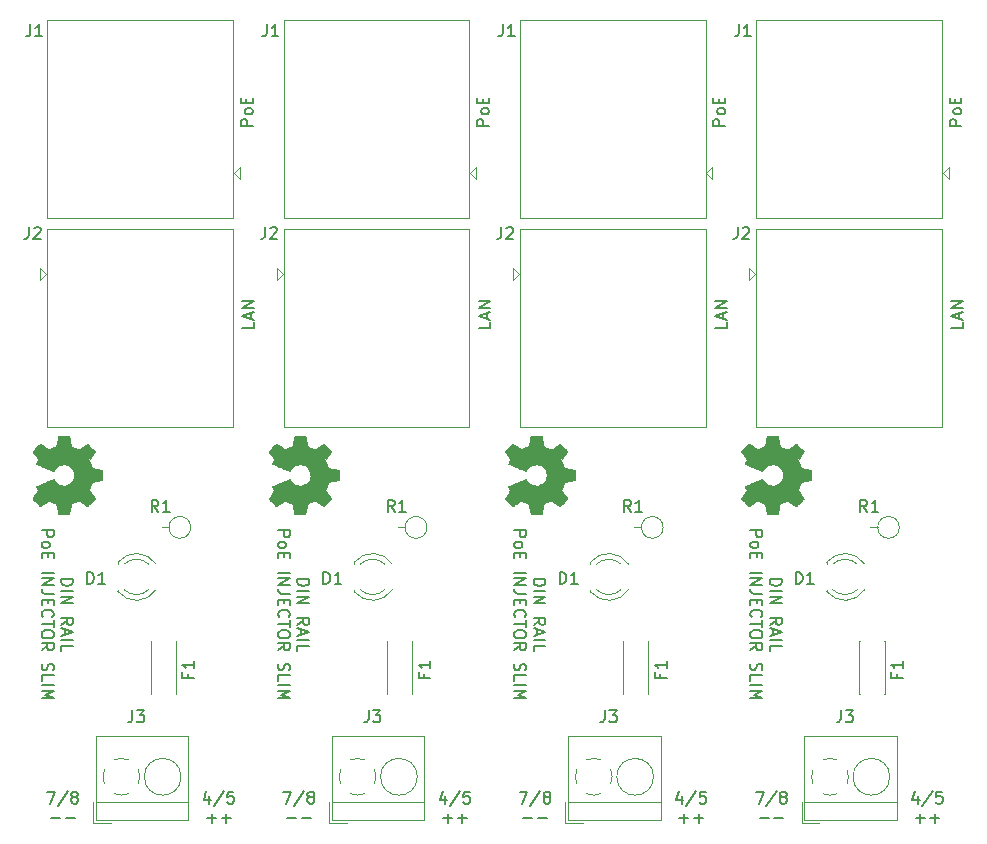
<source format=gbr>
G04 #@! TF.GenerationSoftware,KiCad,Pcbnew,5.1.5+dfsg1-2build2*
G04 #@! TF.CreationDate,2021-07-28T21:38:28-05:00*
G04 #@! TF.ProjectId,,58585858-5858-4585-9858-585858585858,rev?*
G04 #@! TF.SameCoordinates,Original*
G04 #@! TF.FileFunction,Legend,Top*
G04 #@! TF.FilePolarity,Positive*
%FSLAX46Y46*%
G04 Gerber Fmt 4.6, Leading zero omitted, Abs format (unit mm)*
G04 Created by KiCad (PCBNEW 5.1.5+dfsg1-2build2) date 2021-07-28 21:38:28*
%MOMM*%
%LPD*%
G04 APERTURE LIST*
%ADD10C,0.150000*%
%ADD11C,0.120000*%
%ADD12C,0.010000*%
G04 APERTURE END LIST*
D10*
X139946666Y-106323380D02*
X140613333Y-106323380D01*
X140184761Y-107323380D01*
X141708571Y-106275761D02*
X140851428Y-107561476D01*
X142184761Y-106751952D02*
X142089523Y-106704333D01*
X142041904Y-106656714D01*
X141994285Y-106561476D01*
X141994285Y-106513857D01*
X142041904Y-106418619D01*
X142089523Y-106371000D01*
X142184761Y-106323380D01*
X142375238Y-106323380D01*
X142470476Y-106371000D01*
X142518095Y-106418619D01*
X142565714Y-106513857D01*
X142565714Y-106561476D01*
X142518095Y-106656714D01*
X142470476Y-106704333D01*
X142375238Y-106751952D01*
X142184761Y-106751952D01*
X142089523Y-106799571D01*
X142041904Y-106847190D01*
X141994285Y-106942428D01*
X141994285Y-107132904D01*
X142041904Y-107228142D01*
X142089523Y-107275761D01*
X142184761Y-107323380D01*
X142375238Y-107323380D01*
X142470476Y-107275761D01*
X142518095Y-107228142D01*
X142565714Y-107132904D01*
X142565714Y-106942428D01*
X142518095Y-106847190D01*
X142470476Y-106799571D01*
X142375238Y-106751952D01*
X140280000Y-108592428D02*
X141041904Y-108592428D01*
X141518095Y-108592428D02*
X142280000Y-108592428D01*
X119946666Y-106323380D02*
X120613333Y-106323380D01*
X120184761Y-107323380D01*
X121708571Y-106275761D02*
X120851428Y-107561476D01*
X122184761Y-106751952D02*
X122089523Y-106704333D01*
X122041904Y-106656714D01*
X121994285Y-106561476D01*
X121994285Y-106513857D01*
X122041904Y-106418619D01*
X122089523Y-106371000D01*
X122184761Y-106323380D01*
X122375238Y-106323380D01*
X122470476Y-106371000D01*
X122518095Y-106418619D01*
X122565714Y-106513857D01*
X122565714Y-106561476D01*
X122518095Y-106656714D01*
X122470476Y-106704333D01*
X122375238Y-106751952D01*
X122184761Y-106751952D01*
X122089523Y-106799571D01*
X122041904Y-106847190D01*
X121994285Y-106942428D01*
X121994285Y-107132904D01*
X122041904Y-107228142D01*
X122089523Y-107275761D01*
X122184761Y-107323380D01*
X122375238Y-107323380D01*
X122470476Y-107275761D01*
X122518095Y-107228142D01*
X122565714Y-107132904D01*
X122565714Y-106942428D01*
X122518095Y-106847190D01*
X122470476Y-106799571D01*
X122375238Y-106751952D01*
X120280000Y-108592428D02*
X121041904Y-108592428D01*
X121518095Y-108592428D02*
X122280000Y-108592428D01*
X99946666Y-106323380D02*
X100613333Y-106323380D01*
X100184761Y-107323380D01*
X101708571Y-106275761D02*
X100851428Y-107561476D01*
X102184761Y-106751952D02*
X102089523Y-106704333D01*
X102041904Y-106656714D01*
X101994285Y-106561476D01*
X101994285Y-106513857D01*
X102041904Y-106418619D01*
X102089523Y-106371000D01*
X102184761Y-106323380D01*
X102375238Y-106323380D01*
X102470476Y-106371000D01*
X102518095Y-106418619D01*
X102565714Y-106513857D01*
X102565714Y-106561476D01*
X102518095Y-106656714D01*
X102470476Y-106704333D01*
X102375238Y-106751952D01*
X102184761Y-106751952D01*
X102089523Y-106799571D01*
X102041904Y-106847190D01*
X101994285Y-106942428D01*
X101994285Y-107132904D01*
X102041904Y-107228142D01*
X102089523Y-107275761D01*
X102184761Y-107323380D01*
X102375238Y-107323380D01*
X102470476Y-107275761D01*
X102518095Y-107228142D01*
X102565714Y-107132904D01*
X102565714Y-106942428D01*
X102518095Y-106847190D01*
X102470476Y-106799571D01*
X102375238Y-106751952D01*
X100280000Y-108592428D02*
X101041904Y-108592428D01*
X101518095Y-108592428D02*
X102280000Y-108592428D01*
X153678476Y-106656714D02*
X153678476Y-107323380D01*
X153440380Y-106275761D02*
X153202285Y-106990047D01*
X153821333Y-106990047D01*
X154916571Y-106275761D02*
X154059428Y-107561476D01*
X155726095Y-106323380D02*
X155249904Y-106323380D01*
X155202285Y-106799571D01*
X155249904Y-106751952D01*
X155345142Y-106704333D01*
X155583238Y-106704333D01*
X155678476Y-106751952D01*
X155726095Y-106799571D01*
X155773714Y-106894809D01*
X155773714Y-107132904D01*
X155726095Y-107228142D01*
X155678476Y-107275761D01*
X155583238Y-107323380D01*
X155345142Y-107323380D01*
X155249904Y-107275761D01*
X155202285Y-107228142D01*
X153488000Y-108592428D02*
X154249904Y-108592428D01*
X153868952Y-108973380D02*
X153868952Y-108211476D01*
X154726095Y-108592428D02*
X155488000Y-108592428D01*
X155107047Y-108973380D02*
X155107047Y-108211476D01*
X133678476Y-106656714D02*
X133678476Y-107323380D01*
X133440380Y-106275761D02*
X133202285Y-106990047D01*
X133821333Y-106990047D01*
X134916571Y-106275761D02*
X134059428Y-107561476D01*
X135726095Y-106323380D02*
X135249904Y-106323380D01*
X135202285Y-106799571D01*
X135249904Y-106751952D01*
X135345142Y-106704333D01*
X135583238Y-106704333D01*
X135678476Y-106751952D01*
X135726095Y-106799571D01*
X135773714Y-106894809D01*
X135773714Y-107132904D01*
X135726095Y-107228142D01*
X135678476Y-107275761D01*
X135583238Y-107323380D01*
X135345142Y-107323380D01*
X135249904Y-107275761D01*
X135202285Y-107228142D01*
X133488000Y-108592428D02*
X134249904Y-108592428D01*
X133868952Y-108973380D02*
X133868952Y-108211476D01*
X134726095Y-108592428D02*
X135488000Y-108592428D01*
X135107047Y-108973380D02*
X135107047Y-108211476D01*
X113678476Y-106656714D02*
X113678476Y-107323380D01*
X113440380Y-106275761D02*
X113202285Y-106990047D01*
X113821333Y-106990047D01*
X114916571Y-106275761D02*
X114059428Y-107561476D01*
X115726095Y-106323380D02*
X115249904Y-106323380D01*
X115202285Y-106799571D01*
X115249904Y-106751952D01*
X115345142Y-106704333D01*
X115583238Y-106704333D01*
X115678476Y-106751952D01*
X115726095Y-106799571D01*
X115773714Y-106894809D01*
X115773714Y-107132904D01*
X115726095Y-107228142D01*
X115678476Y-107275761D01*
X115583238Y-107323380D01*
X115345142Y-107323380D01*
X115249904Y-107275761D01*
X115202285Y-107228142D01*
X113488000Y-108592428D02*
X114249904Y-108592428D01*
X113868952Y-108973380D02*
X113868952Y-108211476D01*
X114726095Y-108592428D02*
X115488000Y-108592428D01*
X115107047Y-108973380D02*
X115107047Y-108211476D01*
X141144619Y-88336809D02*
X142144619Y-88336809D01*
X142144619Y-88574904D01*
X142097000Y-88717761D01*
X142001761Y-88813000D01*
X141906523Y-88860619D01*
X141716047Y-88908238D01*
X141573190Y-88908238D01*
X141382714Y-88860619D01*
X141287476Y-88813000D01*
X141192238Y-88717761D01*
X141144619Y-88574904D01*
X141144619Y-88336809D01*
X141144619Y-89336809D02*
X142144619Y-89336809D01*
X141144619Y-89813000D02*
X142144619Y-89813000D01*
X141144619Y-90384428D01*
X142144619Y-90384428D01*
X141144619Y-92193952D02*
X141620809Y-91860619D01*
X141144619Y-91622523D02*
X142144619Y-91622523D01*
X142144619Y-92003476D01*
X142097000Y-92098714D01*
X142049380Y-92146333D01*
X141954142Y-92193952D01*
X141811285Y-92193952D01*
X141716047Y-92146333D01*
X141668428Y-92098714D01*
X141620809Y-92003476D01*
X141620809Y-91622523D01*
X141430333Y-92574904D02*
X141430333Y-93051095D01*
X141144619Y-92479666D02*
X142144619Y-92813000D01*
X141144619Y-93146333D01*
X141144619Y-93479666D02*
X142144619Y-93479666D01*
X141144619Y-94432047D02*
X141144619Y-93955857D01*
X142144619Y-93955857D01*
X139494619Y-84193952D02*
X140494619Y-84193952D01*
X140494619Y-84574904D01*
X140447000Y-84670142D01*
X140399380Y-84717761D01*
X140304142Y-84765380D01*
X140161285Y-84765380D01*
X140066047Y-84717761D01*
X140018428Y-84670142D01*
X139970809Y-84574904D01*
X139970809Y-84193952D01*
X139494619Y-85336809D02*
X139542238Y-85241571D01*
X139589857Y-85193952D01*
X139685095Y-85146333D01*
X139970809Y-85146333D01*
X140066047Y-85193952D01*
X140113666Y-85241571D01*
X140161285Y-85336809D01*
X140161285Y-85479666D01*
X140113666Y-85574904D01*
X140066047Y-85622523D01*
X139970809Y-85670142D01*
X139685095Y-85670142D01*
X139589857Y-85622523D01*
X139542238Y-85574904D01*
X139494619Y-85479666D01*
X139494619Y-85336809D01*
X140018428Y-86098714D02*
X140018428Y-86432047D01*
X139494619Y-86574904D02*
X139494619Y-86098714D01*
X140494619Y-86098714D01*
X140494619Y-86574904D01*
X139494619Y-87765380D02*
X140494619Y-87765380D01*
X139494619Y-88241571D02*
X140494619Y-88241571D01*
X139494619Y-88813000D01*
X140494619Y-88813000D01*
X140494619Y-89574904D02*
X139780333Y-89574904D01*
X139637476Y-89527285D01*
X139542238Y-89432047D01*
X139494619Y-89289190D01*
X139494619Y-89193952D01*
X140018428Y-90051095D02*
X140018428Y-90384428D01*
X139494619Y-90527285D02*
X139494619Y-90051095D01*
X140494619Y-90051095D01*
X140494619Y-90527285D01*
X139589857Y-91527285D02*
X139542238Y-91479666D01*
X139494619Y-91336809D01*
X139494619Y-91241571D01*
X139542238Y-91098714D01*
X139637476Y-91003476D01*
X139732714Y-90955857D01*
X139923190Y-90908238D01*
X140066047Y-90908238D01*
X140256523Y-90955857D01*
X140351761Y-91003476D01*
X140447000Y-91098714D01*
X140494619Y-91241571D01*
X140494619Y-91336809D01*
X140447000Y-91479666D01*
X140399380Y-91527285D01*
X140494619Y-91813000D02*
X140494619Y-92384428D01*
X139494619Y-92098714D02*
X140494619Y-92098714D01*
X140494619Y-92908238D02*
X140494619Y-93098714D01*
X140447000Y-93193952D01*
X140351761Y-93289190D01*
X140161285Y-93336809D01*
X139827952Y-93336809D01*
X139637476Y-93289190D01*
X139542238Y-93193952D01*
X139494619Y-93098714D01*
X139494619Y-92908238D01*
X139542238Y-92813000D01*
X139637476Y-92717761D01*
X139827952Y-92670142D01*
X140161285Y-92670142D01*
X140351761Y-92717761D01*
X140447000Y-92813000D01*
X140494619Y-92908238D01*
X139494619Y-94336809D02*
X139970809Y-94003476D01*
X139494619Y-93765380D02*
X140494619Y-93765380D01*
X140494619Y-94146333D01*
X140447000Y-94241571D01*
X140399380Y-94289190D01*
X140304142Y-94336809D01*
X140161285Y-94336809D01*
X140066047Y-94289190D01*
X140018428Y-94241571D01*
X139970809Y-94146333D01*
X139970809Y-93765380D01*
X139542238Y-95479666D02*
X139494619Y-95622523D01*
X139494619Y-95860619D01*
X139542238Y-95955857D01*
X139589857Y-96003476D01*
X139685095Y-96051095D01*
X139780333Y-96051095D01*
X139875571Y-96003476D01*
X139923190Y-95955857D01*
X139970809Y-95860619D01*
X140018428Y-95670142D01*
X140066047Y-95574904D01*
X140113666Y-95527285D01*
X140208904Y-95479666D01*
X140304142Y-95479666D01*
X140399380Y-95527285D01*
X140447000Y-95574904D01*
X140494619Y-95670142D01*
X140494619Y-95908238D01*
X140447000Y-96051095D01*
X139494619Y-96955857D02*
X139494619Y-96479666D01*
X140494619Y-96479666D01*
X139494619Y-97289190D02*
X140494619Y-97289190D01*
X139494619Y-97765380D02*
X140494619Y-97765380D01*
X139780333Y-98098714D01*
X140494619Y-98432047D01*
X139494619Y-98432047D01*
X121144619Y-88336809D02*
X122144619Y-88336809D01*
X122144619Y-88574904D01*
X122097000Y-88717761D01*
X122001761Y-88813000D01*
X121906523Y-88860619D01*
X121716047Y-88908238D01*
X121573190Y-88908238D01*
X121382714Y-88860619D01*
X121287476Y-88813000D01*
X121192238Y-88717761D01*
X121144619Y-88574904D01*
X121144619Y-88336809D01*
X121144619Y-89336809D02*
X122144619Y-89336809D01*
X121144619Y-89813000D02*
X122144619Y-89813000D01*
X121144619Y-90384428D01*
X122144619Y-90384428D01*
X121144619Y-92193952D02*
X121620809Y-91860619D01*
X121144619Y-91622523D02*
X122144619Y-91622523D01*
X122144619Y-92003476D01*
X122097000Y-92098714D01*
X122049380Y-92146333D01*
X121954142Y-92193952D01*
X121811285Y-92193952D01*
X121716047Y-92146333D01*
X121668428Y-92098714D01*
X121620809Y-92003476D01*
X121620809Y-91622523D01*
X121430333Y-92574904D02*
X121430333Y-93051095D01*
X121144619Y-92479666D02*
X122144619Y-92813000D01*
X121144619Y-93146333D01*
X121144619Y-93479666D02*
X122144619Y-93479666D01*
X121144619Y-94432047D02*
X121144619Y-93955857D01*
X122144619Y-93955857D01*
X119494619Y-84193952D02*
X120494619Y-84193952D01*
X120494619Y-84574904D01*
X120447000Y-84670142D01*
X120399380Y-84717761D01*
X120304142Y-84765380D01*
X120161285Y-84765380D01*
X120066047Y-84717761D01*
X120018428Y-84670142D01*
X119970809Y-84574904D01*
X119970809Y-84193952D01*
X119494619Y-85336809D02*
X119542238Y-85241571D01*
X119589857Y-85193952D01*
X119685095Y-85146333D01*
X119970809Y-85146333D01*
X120066047Y-85193952D01*
X120113666Y-85241571D01*
X120161285Y-85336809D01*
X120161285Y-85479666D01*
X120113666Y-85574904D01*
X120066047Y-85622523D01*
X119970809Y-85670142D01*
X119685095Y-85670142D01*
X119589857Y-85622523D01*
X119542238Y-85574904D01*
X119494619Y-85479666D01*
X119494619Y-85336809D01*
X120018428Y-86098714D02*
X120018428Y-86432047D01*
X119494619Y-86574904D02*
X119494619Y-86098714D01*
X120494619Y-86098714D01*
X120494619Y-86574904D01*
X119494619Y-87765380D02*
X120494619Y-87765380D01*
X119494619Y-88241571D02*
X120494619Y-88241571D01*
X119494619Y-88813000D01*
X120494619Y-88813000D01*
X120494619Y-89574904D02*
X119780333Y-89574904D01*
X119637476Y-89527285D01*
X119542238Y-89432047D01*
X119494619Y-89289190D01*
X119494619Y-89193952D01*
X120018428Y-90051095D02*
X120018428Y-90384428D01*
X119494619Y-90527285D02*
X119494619Y-90051095D01*
X120494619Y-90051095D01*
X120494619Y-90527285D01*
X119589857Y-91527285D02*
X119542238Y-91479666D01*
X119494619Y-91336809D01*
X119494619Y-91241571D01*
X119542238Y-91098714D01*
X119637476Y-91003476D01*
X119732714Y-90955857D01*
X119923190Y-90908238D01*
X120066047Y-90908238D01*
X120256523Y-90955857D01*
X120351761Y-91003476D01*
X120447000Y-91098714D01*
X120494619Y-91241571D01*
X120494619Y-91336809D01*
X120447000Y-91479666D01*
X120399380Y-91527285D01*
X120494619Y-91813000D02*
X120494619Y-92384428D01*
X119494619Y-92098714D02*
X120494619Y-92098714D01*
X120494619Y-92908238D02*
X120494619Y-93098714D01*
X120447000Y-93193952D01*
X120351761Y-93289190D01*
X120161285Y-93336809D01*
X119827952Y-93336809D01*
X119637476Y-93289190D01*
X119542238Y-93193952D01*
X119494619Y-93098714D01*
X119494619Y-92908238D01*
X119542238Y-92813000D01*
X119637476Y-92717761D01*
X119827952Y-92670142D01*
X120161285Y-92670142D01*
X120351761Y-92717761D01*
X120447000Y-92813000D01*
X120494619Y-92908238D01*
X119494619Y-94336809D02*
X119970809Y-94003476D01*
X119494619Y-93765380D02*
X120494619Y-93765380D01*
X120494619Y-94146333D01*
X120447000Y-94241571D01*
X120399380Y-94289190D01*
X120304142Y-94336809D01*
X120161285Y-94336809D01*
X120066047Y-94289190D01*
X120018428Y-94241571D01*
X119970809Y-94146333D01*
X119970809Y-93765380D01*
X119542238Y-95479666D02*
X119494619Y-95622523D01*
X119494619Y-95860619D01*
X119542238Y-95955857D01*
X119589857Y-96003476D01*
X119685095Y-96051095D01*
X119780333Y-96051095D01*
X119875571Y-96003476D01*
X119923190Y-95955857D01*
X119970809Y-95860619D01*
X120018428Y-95670142D01*
X120066047Y-95574904D01*
X120113666Y-95527285D01*
X120208904Y-95479666D01*
X120304142Y-95479666D01*
X120399380Y-95527285D01*
X120447000Y-95574904D01*
X120494619Y-95670142D01*
X120494619Y-95908238D01*
X120447000Y-96051095D01*
X119494619Y-96955857D02*
X119494619Y-96479666D01*
X120494619Y-96479666D01*
X119494619Y-97289190D02*
X120494619Y-97289190D01*
X119494619Y-97765380D02*
X120494619Y-97765380D01*
X119780333Y-98098714D01*
X120494619Y-98432047D01*
X119494619Y-98432047D01*
X101144619Y-88336809D02*
X102144619Y-88336809D01*
X102144619Y-88574904D01*
X102097000Y-88717761D01*
X102001761Y-88813000D01*
X101906523Y-88860619D01*
X101716047Y-88908238D01*
X101573190Y-88908238D01*
X101382714Y-88860619D01*
X101287476Y-88813000D01*
X101192238Y-88717761D01*
X101144619Y-88574904D01*
X101144619Y-88336809D01*
X101144619Y-89336809D02*
X102144619Y-89336809D01*
X101144619Y-89813000D02*
X102144619Y-89813000D01*
X101144619Y-90384428D01*
X102144619Y-90384428D01*
X101144619Y-92193952D02*
X101620809Y-91860619D01*
X101144619Y-91622523D02*
X102144619Y-91622523D01*
X102144619Y-92003476D01*
X102097000Y-92098714D01*
X102049380Y-92146333D01*
X101954142Y-92193952D01*
X101811285Y-92193952D01*
X101716047Y-92146333D01*
X101668428Y-92098714D01*
X101620809Y-92003476D01*
X101620809Y-91622523D01*
X101430333Y-92574904D02*
X101430333Y-93051095D01*
X101144619Y-92479666D02*
X102144619Y-92813000D01*
X101144619Y-93146333D01*
X101144619Y-93479666D02*
X102144619Y-93479666D01*
X101144619Y-94432047D02*
X101144619Y-93955857D01*
X102144619Y-93955857D01*
X99494619Y-84193952D02*
X100494619Y-84193952D01*
X100494619Y-84574904D01*
X100447000Y-84670142D01*
X100399380Y-84717761D01*
X100304142Y-84765380D01*
X100161285Y-84765380D01*
X100066047Y-84717761D01*
X100018428Y-84670142D01*
X99970809Y-84574904D01*
X99970809Y-84193952D01*
X99494619Y-85336809D02*
X99542238Y-85241571D01*
X99589857Y-85193952D01*
X99685095Y-85146333D01*
X99970809Y-85146333D01*
X100066047Y-85193952D01*
X100113666Y-85241571D01*
X100161285Y-85336809D01*
X100161285Y-85479666D01*
X100113666Y-85574904D01*
X100066047Y-85622523D01*
X99970809Y-85670142D01*
X99685095Y-85670142D01*
X99589857Y-85622523D01*
X99542238Y-85574904D01*
X99494619Y-85479666D01*
X99494619Y-85336809D01*
X100018428Y-86098714D02*
X100018428Y-86432047D01*
X99494619Y-86574904D02*
X99494619Y-86098714D01*
X100494619Y-86098714D01*
X100494619Y-86574904D01*
X99494619Y-87765380D02*
X100494619Y-87765380D01*
X99494619Y-88241571D02*
X100494619Y-88241571D01*
X99494619Y-88813000D01*
X100494619Y-88813000D01*
X100494619Y-89574904D02*
X99780333Y-89574904D01*
X99637476Y-89527285D01*
X99542238Y-89432047D01*
X99494619Y-89289190D01*
X99494619Y-89193952D01*
X100018428Y-90051095D02*
X100018428Y-90384428D01*
X99494619Y-90527285D02*
X99494619Y-90051095D01*
X100494619Y-90051095D01*
X100494619Y-90527285D01*
X99589857Y-91527285D02*
X99542238Y-91479666D01*
X99494619Y-91336809D01*
X99494619Y-91241571D01*
X99542238Y-91098714D01*
X99637476Y-91003476D01*
X99732714Y-90955857D01*
X99923190Y-90908238D01*
X100066047Y-90908238D01*
X100256523Y-90955857D01*
X100351761Y-91003476D01*
X100447000Y-91098714D01*
X100494619Y-91241571D01*
X100494619Y-91336809D01*
X100447000Y-91479666D01*
X100399380Y-91527285D01*
X100494619Y-91813000D02*
X100494619Y-92384428D01*
X99494619Y-92098714D02*
X100494619Y-92098714D01*
X100494619Y-92908238D02*
X100494619Y-93098714D01*
X100447000Y-93193952D01*
X100351761Y-93289190D01*
X100161285Y-93336809D01*
X99827952Y-93336809D01*
X99637476Y-93289190D01*
X99542238Y-93193952D01*
X99494619Y-93098714D01*
X99494619Y-92908238D01*
X99542238Y-92813000D01*
X99637476Y-92717761D01*
X99827952Y-92670142D01*
X100161285Y-92670142D01*
X100351761Y-92717761D01*
X100447000Y-92813000D01*
X100494619Y-92908238D01*
X99494619Y-94336809D02*
X99970809Y-94003476D01*
X99494619Y-93765380D02*
X100494619Y-93765380D01*
X100494619Y-94146333D01*
X100447000Y-94241571D01*
X100399380Y-94289190D01*
X100304142Y-94336809D01*
X100161285Y-94336809D01*
X100066047Y-94289190D01*
X100018428Y-94241571D01*
X99970809Y-94146333D01*
X99970809Y-93765380D01*
X99542238Y-95479666D02*
X99494619Y-95622523D01*
X99494619Y-95860619D01*
X99542238Y-95955857D01*
X99589857Y-96003476D01*
X99685095Y-96051095D01*
X99780333Y-96051095D01*
X99875571Y-96003476D01*
X99923190Y-95955857D01*
X99970809Y-95860619D01*
X100018428Y-95670142D01*
X100066047Y-95574904D01*
X100113666Y-95527285D01*
X100208904Y-95479666D01*
X100304142Y-95479666D01*
X100399380Y-95527285D01*
X100447000Y-95574904D01*
X100494619Y-95670142D01*
X100494619Y-95908238D01*
X100447000Y-96051095D01*
X99494619Y-96955857D02*
X99494619Y-96479666D01*
X100494619Y-96479666D01*
X99494619Y-97289190D02*
X100494619Y-97289190D01*
X99494619Y-97765380D02*
X100494619Y-97765380D01*
X99780333Y-98098714D01*
X100494619Y-98432047D01*
X99494619Y-98432047D01*
X157353380Y-49934666D02*
X156353380Y-49934666D01*
X156353380Y-49553714D01*
X156401000Y-49458476D01*
X156448619Y-49410857D01*
X156543857Y-49363238D01*
X156686714Y-49363238D01*
X156781952Y-49410857D01*
X156829571Y-49458476D01*
X156877190Y-49553714D01*
X156877190Y-49934666D01*
X157353380Y-48791809D02*
X157305761Y-48887047D01*
X157258142Y-48934666D01*
X157162904Y-48982285D01*
X156877190Y-48982285D01*
X156781952Y-48934666D01*
X156734333Y-48887047D01*
X156686714Y-48791809D01*
X156686714Y-48648952D01*
X156734333Y-48553714D01*
X156781952Y-48506095D01*
X156877190Y-48458476D01*
X157162904Y-48458476D01*
X157258142Y-48506095D01*
X157305761Y-48553714D01*
X157353380Y-48648952D01*
X157353380Y-48791809D01*
X156829571Y-48029904D02*
X156829571Y-47696571D01*
X157353380Y-47553714D02*
X157353380Y-48029904D01*
X156353380Y-48029904D01*
X156353380Y-47553714D01*
X137353380Y-49934666D02*
X136353380Y-49934666D01*
X136353380Y-49553714D01*
X136401000Y-49458476D01*
X136448619Y-49410857D01*
X136543857Y-49363238D01*
X136686714Y-49363238D01*
X136781952Y-49410857D01*
X136829571Y-49458476D01*
X136877190Y-49553714D01*
X136877190Y-49934666D01*
X137353380Y-48791809D02*
X137305761Y-48887047D01*
X137258142Y-48934666D01*
X137162904Y-48982285D01*
X136877190Y-48982285D01*
X136781952Y-48934666D01*
X136734333Y-48887047D01*
X136686714Y-48791809D01*
X136686714Y-48648952D01*
X136734333Y-48553714D01*
X136781952Y-48506095D01*
X136877190Y-48458476D01*
X137162904Y-48458476D01*
X137258142Y-48506095D01*
X137305761Y-48553714D01*
X137353380Y-48648952D01*
X137353380Y-48791809D01*
X136829571Y-48029904D02*
X136829571Y-47696571D01*
X137353380Y-47553714D02*
X137353380Y-48029904D01*
X136353380Y-48029904D01*
X136353380Y-47553714D01*
X117353380Y-49934666D02*
X116353380Y-49934666D01*
X116353380Y-49553714D01*
X116401000Y-49458476D01*
X116448619Y-49410857D01*
X116543857Y-49363238D01*
X116686714Y-49363238D01*
X116781952Y-49410857D01*
X116829571Y-49458476D01*
X116877190Y-49553714D01*
X116877190Y-49934666D01*
X117353380Y-48791809D02*
X117305761Y-48887047D01*
X117258142Y-48934666D01*
X117162904Y-48982285D01*
X116877190Y-48982285D01*
X116781952Y-48934666D01*
X116734333Y-48887047D01*
X116686714Y-48791809D01*
X116686714Y-48648952D01*
X116734333Y-48553714D01*
X116781952Y-48506095D01*
X116877190Y-48458476D01*
X117162904Y-48458476D01*
X117258142Y-48506095D01*
X117305761Y-48553714D01*
X117353380Y-48648952D01*
X117353380Y-48791809D01*
X116829571Y-48029904D02*
X116829571Y-47696571D01*
X117353380Y-47553714D02*
X117353380Y-48029904D01*
X116353380Y-48029904D01*
X116353380Y-47553714D01*
X157480380Y-66555857D02*
X157480380Y-67032047D01*
X156480380Y-67032047D01*
X157194666Y-66270142D02*
X157194666Y-65793952D01*
X157480380Y-66365380D02*
X156480380Y-66032047D01*
X157480380Y-65698714D01*
X157480380Y-65365380D02*
X156480380Y-65365380D01*
X157480380Y-64793952D01*
X156480380Y-64793952D01*
X137480380Y-66555857D02*
X137480380Y-67032047D01*
X136480380Y-67032047D01*
X137194666Y-66270142D02*
X137194666Y-65793952D01*
X137480380Y-66365380D02*
X136480380Y-66032047D01*
X137480380Y-65698714D01*
X137480380Y-65365380D02*
X136480380Y-65365380D01*
X137480380Y-64793952D01*
X136480380Y-64793952D01*
X117480380Y-66555857D02*
X117480380Y-67032047D01*
X116480380Y-67032047D01*
X117194666Y-66270142D02*
X117194666Y-65793952D01*
X117480380Y-66365380D02*
X116480380Y-66032047D01*
X117480380Y-65698714D01*
X117480380Y-65365380D02*
X116480380Y-65365380D01*
X117480380Y-64793952D01*
X116480380Y-64793952D01*
X81144619Y-88336809D02*
X82144619Y-88336809D01*
X82144619Y-88574904D01*
X82097000Y-88717761D01*
X82001761Y-88813000D01*
X81906523Y-88860619D01*
X81716047Y-88908238D01*
X81573190Y-88908238D01*
X81382714Y-88860619D01*
X81287476Y-88813000D01*
X81192238Y-88717761D01*
X81144619Y-88574904D01*
X81144619Y-88336809D01*
X81144619Y-89336809D02*
X82144619Y-89336809D01*
X81144619Y-89813000D02*
X82144619Y-89813000D01*
X81144619Y-90384428D01*
X82144619Y-90384428D01*
X81144619Y-92193952D02*
X81620809Y-91860619D01*
X81144619Y-91622523D02*
X82144619Y-91622523D01*
X82144619Y-92003476D01*
X82097000Y-92098714D01*
X82049380Y-92146333D01*
X81954142Y-92193952D01*
X81811285Y-92193952D01*
X81716047Y-92146333D01*
X81668428Y-92098714D01*
X81620809Y-92003476D01*
X81620809Y-91622523D01*
X81430333Y-92574904D02*
X81430333Y-93051095D01*
X81144619Y-92479666D02*
X82144619Y-92813000D01*
X81144619Y-93146333D01*
X81144619Y-93479666D02*
X82144619Y-93479666D01*
X81144619Y-94432047D02*
X81144619Y-93955857D01*
X82144619Y-93955857D01*
X79494619Y-84193952D02*
X80494619Y-84193952D01*
X80494619Y-84574904D01*
X80447000Y-84670142D01*
X80399380Y-84717761D01*
X80304142Y-84765380D01*
X80161285Y-84765380D01*
X80066047Y-84717761D01*
X80018428Y-84670142D01*
X79970809Y-84574904D01*
X79970809Y-84193952D01*
X79494619Y-85336809D02*
X79542238Y-85241571D01*
X79589857Y-85193952D01*
X79685095Y-85146333D01*
X79970809Y-85146333D01*
X80066047Y-85193952D01*
X80113666Y-85241571D01*
X80161285Y-85336809D01*
X80161285Y-85479666D01*
X80113666Y-85574904D01*
X80066047Y-85622523D01*
X79970809Y-85670142D01*
X79685095Y-85670142D01*
X79589857Y-85622523D01*
X79542238Y-85574904D01*
X79494619Y-85479666D01*
X79494619Y-85336809D01*
X80018428Y-86098714D02*
X80018428Y-86432047D01*
X79494619Y-86574904D02*
X79494619Y-86098714D01*
X80494619Y-86098714D01*
X80494619Y-86574904D01*
X79494619Y-87765380D02*
X80494619Y-87765380D01*
X79494619Y-88241571D02*
X80494619Y-88241571D01*
X79494619Y-88813000D01*
X80494619Y-88813000D01*
X80494619Y-89574904D02*
X79780333Y-89574904D01*
X79637476Y-89527285D01*
X79542238Y-89432047D01*
X79494619Y-89289190D01*
X79494619Y-89193952D01*
X80018428Y-90051095D02*
X80018428Y-90384428D01*
X79494619Y-90527285D02*
X79494619Y-90051095D01*
X80494619Y-90051095D01*
X80494619Y-90527285D01*
X79589857Y-91527285D02*
X79542238Y-91479666D01*
X79494619Y-91336809D01*
X79494619Y-91241571D01*
X79542238Y-91098714D01*
X79637476Y-91003476D01*
X79732714Y-90955857D01*
X79923190Y-90908238D01*
X80066047Y-90908238D01*
X80256523Y-90955857D01*
X80351761Y-91003476D01*
X80447000Y-91098714D01*
X80494619Y-91241571D01*
X80494619Y-91336809D01*
X80447000Y-91479666D01*
X80399380Y-91527285D01*
X80494619Y-91813000D02*
X80494619Y-92384428D01*
X79494619Y-92098714D02*
X80494619Y-92098714D01*
X80494619Y-92908238D02*
X80494619Y-93098714D01*
X80447000Y-93193952D01*
X80351761Y-93289190D01*
X80161285Y-93336809D01*
X79827952Y-93336809D01*
X79637476Y-93289190D01*
X79542238Y-93193952D01*
X79494619Y-93098714D01*
X79494619Y-92908238D01*
X79542238Y-92813000D01*
X79637476Y-92717761D01*
X79827952Y-92670142D01*
X80161285Y-92670142D01*
X80351761Y-92717761D01*
X80447000Y-92813000D01*
X80494619Y-92908238D01*
X79494619Y-94336809D02*
X79970809Y-94003476D01*
X79494619Y-93765380D02*
X80494619Y-93765380D01*
X80494619Y-94146333D01*
X80447000Y-94241571D01*
X80399380Y-94289190D01*
X80304142Y-94336809D01*
X80161285Y-94336809D01*
X80066047Y-94289190D01*
X80018428Y-94241571D01*
X79970809Y-94146333D01*
X79970809Y-93765380D01*
X79542238Y-95479666D02*
X79494619Y-95622523D01*
X79494619Y-95860619D01*
X79542238Y-95955857D01*
X79589857Y-96003476D01*
X79685095Y-96051095D01*
X79780333Y-96051095D01*
X79875571Y-96003476D01*
X79923190Y-95955857D01*
X79970809Y-95860619D01*
X80018428Y-95670142D01*
X80066047Y-95574904D01*
X80113666Y-95527285D01*
X80208904Y-95479666D01*
X80304142Y-95479666D01*
X80399380Y-95527285D01*
X80447000Y-95574904D01*
X80494619Y-95670142D01*
X80494619Y-95908238D01*
X80447000Y-96051095D01*
X79494619Y-96955857D02*
X79494619Y-96479666D01*
X80494619Y-96479666D01*
X79494619Y-97289190D02*
X80494619Y-97289190D01*
X79494619Y-97765380D02*
X80494619Y-97765380D01*
X79780333Y-98098714D01*
X80494619Y-98432047D01*
X79494619Y-98432047D01*
X93678476Y-106656714D02*
X93678476Y-107323380D01*
X93440380Y-106275761D02*
X93202285Y-106990047D01*
X93821333Y-106990047D01*
X94916571Y-106275761D02*
X94059428Y-107561476D01*
X95726095Y-106323380D02*
X95249904Y-106323380D01*
X95202285Y-106799571D01*
X95249904Y-106751952D01*
X95345142Y-106704333D01*
X95583238Y-106704333D01*
X95678476Y-106751952D01*
X95726095Y-106799571D01*
X95773714Y-106894809D01*
X95773714Y-107132904D01*
X95726095Y-107228142D01*
X95678476Y-107275761D01*
X95583238Y-107323380D01*
X95345142Y-107323380D01*
X95249904Y-107275761D01*
X95202285Y-107228142D01*
X93488000Y-108592428D02*
X94249904Y-108592428D01*
X93868952Y-108973380D02*
X93868952Y-108211476D01*
X94726095Y-108592428D02*
X95488000Y-108592428D01*
X95107047Y-108973380D02*
X95107047Y-108211476D01*
X97353380Y-49934666D02*
X96353380Y-49934666D01*
X96353380Y-49553714D01*
X96401000Y-49458476D01*
X96448619Y-49410857D01*
X96543857Y-49363238D01*
X96686714Y-49363238D01*
X96781952Y-49410857D01*
X96829571Y-49458476D01*
X96877190Y-49553714D01*
X96877190Y-49934666D01*
X97353380Y-48791809D02*
X97305761Y-48887047D01*
X97258142Y-48934666D01*
X97162904Y-48982285D01*
X96877190Y-48982285D01*
X96781952Y-48934666D01*
X96734333Y-48887047D01*
X96686714Y-48791809D01*
X96686714Y-48648952D01*
X96734333Y-48553714D01*
X96781952Y-48506095D01*
X96877190Y-48458476D01*
X97162904Y-48458476D01*
X97258142Y-48506095D01*
X97305761Y-48553714D01*
X97353380Y-48648952D01*
X97353380Y-48791809D01*
X96829571Y-48029904D02*
X96829571Y-47696571D01*
X97353380Y-47553714D02*
X97353380Y-48029904D01*
X96353380Y-48029904D01*
X96353380Y-47553714D01*
X97480380Y-66555857D02*
X97480380Y-67032047D01*
X96480380Y-67032047D01*
X97194666Y-66270142D02*
X97194666Y-65793952D01*
X97480380Y-66365380D02*
X96480380Y-66032047D01*
X97480380Y-65698714D01*
X97480380Y-65365380D02*
X96480380Y-65365380D01*
X97480380Y-64793952D01*
X96480380Y-64793952D01*
X79946666Y-106323380D02*
X80613333Y-106323380D01*
X80184761Y-107323380D01*
X81708571Y-106275761D02*
X80851428Y-107561476D01*
X82184761Y-106751952D02*
X82089523Y-106704333D01*
X82041904Y-106656714D01*
X81994285Y-106561476D01*
X81994285Y-106513857D01*
X82041904Y-106418619D01*
X82089523Y-106371000D01*
X82184761Y-106323380D01*
X82375238Y-106323380D01*
X82470476Y-106371000D01*
X82518095Y-106418619D01*
X82565714Y-106513857D01*
X82565714Y-106561476D01*
X82518095Y-106656714D01*
X82470476Y-106704333D01*
X82375238Y-106751952D01*
X82184761Y-106751952D01*
X82089523Y-106799571D01*
X82041904Y-106847190D01*
X81994285Y-106942428D01*
X81994285Y-107132904D01*
X82041904Y-107228142D01*
X82089523Y-107275761D01*
X82184761Y-107323380D01*
X82375238Y-107323380D01*
X82470476Y-107275761D01*
X82518095Y-107228142D01*
X82565714Y-107132904D01*
X82565714Y-106942428D01*
X82518095Y-106847190D01*
X82470476Y-106799571D01*
X82375238Y-106751952D01*
X80280000Y-108592428D02*
X81041904Y-108592428D01*
X81518095Y-108592428D02*
X82280000Y-108592428D01*
D11*
X149175335Y-87059392D02*
G75*
G03X145943000Y-86902484I-1672335J-1078608D01*
G01*
X149175335Y-89216608D02*
G75*
G02X145943000Y-89373516I-1672335J1078608D01*
G01*
X148544130Y-87058163D02*
G75*
G03X146462039Y-87058000I-1041130J-1079837D01*
G01*
X148544130Y-89217837D02*
G75*
G02X146462039Y-89218000I-1041130J1079837D01*
G01*
X145943000Y-86902000D02*
X145943000Y-87058000D01*
X145943000Y-89218000D02*
X145943000Y-89374000D01*
X129175335Y-87059392D02*
G75*
G03X125943000Y-86902484I-1672335J-1078608D01*
G01*
X129175335Y-89216608D02*
G75*
G02X125943000Y-89373516I-1672335J1078608D01*
G01*
X128544130Y-87058163D02*
G75*
G03X126462039Y-87058000I-1041130J-1079837D01*
G01*
X128544130Y-89217837D02*
G75*
G02X126462039Y-89218000I-1041130J1079837D01*
G01*
X125943000Y-86902000D02*
X125943000Y-87058000D01*
X125943000Y-89218000D02*
X125943000Y-89374000D01*
X109175335Y-87059392D02*
G75*
G03X105943000Y-86902484I-1672335J-1078608D01*
G01*
X109175335Y-89216608D02*
G75*
G02X105943000Y-89373516I-1672335J1078608D01*
G01*
X108544130Y-87058163D02*
G75*
G03X106462039Y-87058000I-1041130J-1079837D01*
G01*
X108544130Y-89217837D02*
G75*
G02X106462039Y-89218000I-1041130J1079837D01*
G01*
X105943000Y-86902000D02*
X105943000Y-87058000D01*
X105943000Y-89218000D02*
X105943000Y-89374000D01*
X146840587Y-106492385D02*
G75*
G02X146233000Y-106616000I-607587J1431385D01*
G01*
X147665109Y-104453258D02*
G75*
G02X147665000Y-105669000I-1432109J-607742D01*
G01*
X145625258Y-103628891D02*
G75*
G02X146841000Y-103629000I607742J-1432109D01*
G01*
X144800891Y-105668742D02*
G75*
G02X144801000Y-104453000I1432109J607742D01*
G01*
X146260011Y-106616492D02*
G75*
G02X145625000Y-106493000I-27011J1555492D01*
G01*
X151288000Y-105061000D02*
G75*
G03X151288000Y-105061000I-1555000J0D01*
G01*
X144073000Y-107161000D02*
X151893000Y-107161000D01*
X144073000Y-101601000D02*
X151893000Y-101601000D01*
X144073000Y-108721000D02*
X151893000Y-108721000D01*
X144073000Y-101601000D02*
X144073000Y-108721000D01*
X151893000Y-101601000D02*
X151893000Y-108721000D01*
X143833000Y-107221000D02*
X143833000Y-108961000D01*
X143833000Y-108961000D02*
X145333000Y-108961000D01*
X126840587Y-106492385D02*
G75*
G02X126233000Y-106616000I-607587J1431385D01*
G01*
X127665109Y-104453258D02*
G75*
G02X127665000Y-105669000I-1432109J-607742D01*
G01*
X125625258Y-103628891D02*
G75*
G02X126841000Y-103629000I607742J-1432109D01*
G01*
X124800891Y-105668742D02*
G75*
G02X124801000Y-104453000I1432109J607742D01*
G01*
X126260011Y-106616492D02*
G75*
G02X125625000Y-106493000I-27011J1555492D01*
G01*
X131288000Y-105061000D02*
G75*
G03X131288000Y-105061000I-1555000J0D01*
G01*
X124073000Y-107161000D02*
X131893000Y-107161000D01*
X124073000Y-101601000D02*
X131893000Y-101601000D01*
X124073000Y-108721000D02*
X131893000Y-108721000D01*
X124073000Y-101601000D02*
X124073000Y-108721000D01*
X131893000Y-101601000D02*
X131893000Y-108721000D01*
X123833000Y-107221000D02*
X123833000Y-108961000D01*
X123833000Y-108961000D02*
X125333000Y-108961000D01*
X106840587Y-106492385D02*
G75*
G02X106233000Y-106616000I-607587J1431385D01*
G01*
X107665109Y-104453258D02*
G75*
G02X107665000Y-105669000I-1432109J-607742D01*
G01*
X105625258Y-103628891D02*
G75*
G02X106841000Y-103629000I607742J-1432109D01*
G01*
X104800891Y-105668742D02*
G75*
G02X104801000Y-104453000I1432109J607742D01*
G01*
X106260011Y-106616492D02*
G75*
G02X105625000Y-106493000I-27011J1555492D01*
G01*
X111288000Y-105061000D02*
G75*
G03X111288000Y-105061000I-1555000J0D01*
G01*
X104073000Y-107161000D02*
X111893000Y-107161000D01*
X104073000Y-101601000D02*
X111893000Y-101601000D01*
X104073000Y-108721000D02*
X111893000Y-108721000D01*
X104073000Y-101601000D02*
X104073000Y-108721000D01*
X111893000Y-101601000D02*
X111893000Y-108721000D01*
X103833000Y-107221000D02*
X103833000Y-108961000D01*
X103833000Y-108961000D02*
X105333000Y-108961000D01*
X139965000Y-41009000D02*
X155695000Y-41009000D01*
X139965000Y-57749000D02*
X139965000Y-41009000D01*
X155695000Y-57749000D02*
X155695000Y-41009000D01*
X139975000Y-57749000D02*
X155695000Y-57749000D01*
X155775000Y-53959000D02*
X156275000Y-54459000D01*
X156275000Y-54459000D02*
X156275000Y-53459000D01*
X156275000Y-53459000D02*
X155775000Y-53959000D01*
X119965000Y-41009000D02*
X135695000Y-41009000D01*
X119965000Y-57749000D02*
X119965000Y-41009000D01*
X135695000Y-57749000D02*
X135695000Y-41009000D01*
X119975000Y-57749000D02*
X135695000Y-57749000D01*
X135775000Y-53959000D02*
X136275000Y-54459000D01*
X136275000Y-54459000D02*
X136275000Y-53459000D01*
X136275000Y-53459000D02*
X135775000Y-53959000D01*
X99965000Y-41009000D02*
X115695000Y-41009000D01*
X99965000Y-57749000D02*
X99965000Y-41009000D01*
X115695000Y-57749000D02*
X115695000Y-41009000D01*
X99975000Y-57749000D02*
X115695000Y-57749000D01*
X115775000Y-53959000D02*
X116275000Y-54459000D01*
X116275000Y-54459000D02*
X116275000Y-53459000D01*
X116275000Y-53459000D02*
X115775000Y-53959000D01*
D12*
G36*
X144192069Y-80057814D02*
G01*
X143747445Y-80141635D01*
X143619947Y-80450920D01*
X143492449Y-80760206D01*
X143744754Y-81131246D01*
X143815004Y-81235157D01*
X143877728Y-81329087D01*
X143930062Y-81408652D01*
X143969143Y-81469470D01*
X143992107Y-81507157D01*
X143997058Y-81517421D01*
X143984324Y-81535910D01*
X143949118Y-81575420D01*
X143895938Y-81631522D01*
X143829282Y-81699787D01*
X143753646Y-81775786D01*
X143673528Y-81855092D01*
X143593426Y-81933275D01*
X143517836Y-82005907D01*
X143451255Y-82068559D01*
X143398182Y-82116803D01*
X143363113Y-82146210D01*
X143351377Y-82153241D01*
X143329740Y-82143123D01*
X143282338Y-82114759D01*
X143213807Y-82071129D01*
X143128785Y-82015218D01*
X143031907Y-81950006D01*
X142976650Y-81912219D01*
X142875752Y-81843343D01*
X142784701Y-81782140D01*
X142708030Y-81731578D01*
X142650272Y-81694628D01*
X142615957Y-81674258D01*
X142608746Y-81671197D01*
X142588252Y-81678136D01*
X142540487Y-81697051D01*
X142472168Y-81725087D01*
X142390011Y-81759391D01*
X142300730Y-81797109D01*
X142211042Y-81835387D01*
X142127662Y-81871370D01*
X142057306Y-81902206D01*
X142006690Y-81925039D01*
X141982529Y-81937017D01*
X141981578Y-81937724D01*
X141976964Y-81956531D01*
X141966672Y-82006618D01*
X141951713Y-82082793D01*
X141933099Y-82179865D01*
X141911841Y-82292643D01*
X141899582Y-82358442D01*
X141876638Y-82478950D01*
X141854805Y-82587797D01*
X141835278Y-82679476D01*
X141819252Y-82748481D01*
X141807921Y-82789304D01*
X141804326Y-82797511D01*
X141779994Y-82805548D01*
X141725041Y-82812033D01*
X141645892Y-82816970D01*
X141548974Y-82820364D01*
X141440713Y-82822218D01*
X141327535Y-82822538D01*
X141215865Y-82821327D01*
X141112132Y-82818590D01*
X141022759Y-82814331D01*
X140954174Y-82808555D01*
X140912803Y-82801267D01*
X140904190Y-82796895D01*
X140893867Y-82770764D01*
X140879108Y-82715393D01*
X140861648Y-82638107D01*
X140843220Y-82546230D01*
X140837259Y-82514158D01*
X140808934Y-82359524D01*
X140786124Y-82237375D01*
X140767920Y-82143673D01*
X140753417Y-82074384D01*
X140741708Y-82025471D01*
X140731885Y-81992897D01*
X140723044Y-81972628D01*
X140714276Y-81960626D01*
X140712543Y-81958947D01*
X140684629Y-81942184D01*
X140630305Y-81916614D01*
X140556223Y-81884788D01*
X140469035Y-81849260D01*
X140375392Y-81812583D01*
X140281948Y-81777311D01*
X140195353Y-81745996D01*
X140122260Y-81721193D01*
X140069322Y-81705454D01*
X140043189Y-81701332D01*
X140042274Y-81701676D01*
X140020914Y-81715641D01*
X139973916Y-81747322D01*
X139906173Y-81793391D01*
X139822577Y-81850518D01*
X139728018Y-81915373D01*
X139701146Y-81933843D01*
X139603725Y-81999699D01*
X139514837Y-82057650D01*
X139439588Y-82104538D01*
X139383080Y-82137207D01*
X139350419Y-82152500D01*
X139346407Y-82153241D01*
X139325316Y-82140392D01*
X139283536Y-82104888D01*
X139225555Y-82051293D01*
X139155865Y-81984171D01*
X139078955Y-81908087D01*
X138999317Y-81827604D01*
X138921439Y-81747287D01*
X138849814Y-81671699D01*
X138788930Y-81605405D01*
X138743279Y-81552969D01*
X138717350Y-81518955D01*
X138713117Y-81509545D01*
X138723088Y-81487643D01*
X138749980Y-81442800D01*
X138789264Y-81382321D01*
X138820883Y-81335789D01*
X138878902Y-81251475D01*
X138947216Y-81151626D01*
X139015421Y-81051473D01*
X139051925Y-80997627D01*
X139175200Y-80815371D01*
X139092480Y-80662381D01*
X139056241Y-80592682D01*
X139028074Y-80533414D01*
X139012009Y-80493311D01*
X139009774Y-80483103D01*
X139026278Y-80470829D01*
X139072918Y-80446613D01*
X139145391Y-80412263D01*
X139239394Y-80369588D01*
X139350626Y-80320394D01*
X139474785Y-80266490D01*
X139607568Y-80209684D01*
X139744673Y-80151782D01*
X139881798Y-80094593D01*
X140014642Y-80039924D01*
X140138902Y-79989584D01*
X140250275Y-79945380D01*
X140344461Y-79909119D01*
X140417156Y-79882609D01*
X140464059Y-79867658D01*
X140480167Y-79865254D01*
X140500714Y-79884311D01*
X140534067Y-79926036D01*
X140573298Y-79981706D01*
X140576401Y-79986378D01*
X140691577Y-80130264D01*
X140825947Y-80246283D01*
X140975216Y-80333430D01*
X141135087Y-80390699D01*
X141301263Y-80417086D01*
X141469448Y-80411585D01*
X141635345Y-80373190D01*
X141794658Y-80300895D01*
X141829513Y-80279626D01*
X141970263Y-80168996D01*
X142083286Y-80038302D01*
X142167997Y-79892064D01*
X142223806Y-79734808D01*
X142250126Y-79571057D01*
X142246370Y-79405333D01*
X142211950Y-79242162D01*
X142146277Y-79086065D01*
X142048765Y-78941567D01*
X142009187Y-78896869D01*
X141885297Y-78783112D01*
X141754876Y-78700218D01*
X141608685Y-78643356D01*
X141463912Y-78611687D01*
X141301140Y-78603869D01*
X141137560Y-78629938D01*
X140978702Y-78687245D01*
X140830094Y-78773144D01*
X140697265Y-78884986D01*
X140585744Y-79020123D01*
X140573989Y-79037883D01*
X140535492Y-79094150D01*
X140502137Y-79136923D01*
X140480840Y-79157372D01*
X140480167Y-79157669D01*
X140457129Y-79153279D01*
X140404843Y-79135876D01*
X140327610Y-79107268D01*
X140229732Y-79069265D01*
X140115509Y-79023674D01*
X139989242Y-78972303D01*
X139855233Y-78916962D01*
X139717782Y-78859458D01*
X139581192Y-78801601D01*
X139449763Y-78745198D01*
X139327795Y-78692058D01*
X139219591Y-78643990D01*
X139129451Y-78602801D01*
X139061677Y-78570301D01*
X139020570Y-78548297D01*
X139009774Y-78539436D01*
X139018181Y-78512360D01*
X139040728Y-78461697D01*
X139073387Y-78396183D01*
X139092480Y-78360159D01*
X139175200Y-78207168D01*
X139051925Y-78024912D01*
X138988772Y-77931875D01*
X138919273Y-77830015D01*
X138853835Y-77734562D01*
X138820883Y-77686750D01*
X138775727Y-77619505D01*
X138739943Y-77562564D01*
X138718062Y-77523354D01*
X138713437Y-77510619D01*
X138725915Y-77492083D01*
X138760748Y-77451059D01*
X138814322Y-77391525D01*
X138883017Y-77317458D01*
X138963219Y-77232835D01*
X139014714Y-77179315D01*
X139106714Y-77085681D01*
X139189001Y-77004759D01*
X139258055Y-76939823D01*
X139310356Y-76894142D01*
X139342384Y-76870989D01*
X139348884Y-76868768D01*
X139373606Y-76879076D01*
X139423595Y-76907561D01*
X139493788Y-76951063D01*
X139579125Y-77006423D01*
X139674544Y-77070480D01*
X139701146Y-77088697D01*
X139797833Y-77155073D01*
X139884883Y-77214622D01*
X139957405Y-77264016D01*
X140010507Y-77299925D01*
X140039297Y-77319019D01*
X140042274Y-77320864D01*
X140065218Y-77318105D01*
X140115664Y-77303462D01*
X140186959Y-77279487D01*
X140272453Y-77248734D01*
X140365493Y-77213756D01*
X140459426Y-77177107D01*
X140547601Y-77141339D01*
X140623366Y-77109006D01*
X140680069Y-77082662D01*
X140711057Y-77064858D01*
X140712543Y-77063593D01*
X140721399Y-77052706D01*
X140730157Y-77034318D01*
X140739723Y-77004394D01*
X140751004Y-76958897D01*
X140764907Y-76893791D01*
X140782337Y-76805039D01*
X140804202Y-76688607D01*
X140831409Y-76540458D01*
X140837259Y-76508382D01*
X140855626Y-76413314D01*
X140873595Y-76330435D01*
X140889431Y-76267070D01*
X140901400Y-76230542D01*
X140904190Y-76225644D01*
X140928928Y-76217573D01*
X140984210Y-76211013D01*
X141063611Y-76205967D01*
X141160704Y-76202441D01*
X141269062Y-76200439D01*
X141382260Y-76199964D01*
X141493872Y-76201023D01*
X141597471Y-76203618D01*
X141686632Y-76207754D01*
X141754928Y-76213437D01*
X141795934Y-76220669D01*
X141804326Y-76225029D01*
X141812792Y-76249302D01*
X141826565Y-76304574D01*
X141844450Y-76385338D01*
X141865252Y-76486088D01*
X141887777Y-76601317D01*
X141899582Y-76664098D01*
X141921849Y-76783213D01*
X141942021Y-76889435D01*
X141959085Y-76977573D01*
X141972031Y-77042434D01*
X141979845Y-77078826D01*
X141981578Y-77084816D01*
X142001110Y-77094939D01*
X142048157Y-77116338D01*
X142115997Y-77146161D01*
X142197909Y-77181555D01*
X142287172Y-77219668D01*
X142377065Y-77257647D01*
X142460865Y-77292640D01*
X142531853Y-77321794D01*
X142583306Y-77342257D01*
X142608503Y-77351177D01*
X142609604Y-77351343D01*
X142629481Y-77341231D01*
X142675223Y-77312883D01*
X142742283Y-77269277D01*
X142826116Y-77213394D01*
X142922174Y-77148213D01*
X142977350Y-77110321D01*
X143078519Y-77041275D01*
X143170370Y-76979950D01*
X143248256Y-76929337D01*
X143307531Y-76892429D01*
X143343549Y-76872218D01*
X143351623Y-76869299D01*
X143370416Y-76881847D01*
X143410543Y-76916537D01*
X143467507Y-76968937D01*
X143536815Y-77034616D01*
X143613969Y-77109144D01*
X143694475Y-77188087D01*
X143773837Y-77267017D01*
X143847560Y-77341500D01*
X143911148Y-77407106D01*
X143960106Y-77459404D01*
X143989939Y-77493961D01*
X143997058Y-77505522D01*
X143987047Y-77524346D01*
X143958922Y-77569369D01*
X143915546Y-77636213D01*
X143859782Y-77720501D01*
X143794494Y-77817856D01*
X143744754Y-77891293D01*
X143492449Y-78262333D01*
X143747445Y-78880905D01*
X144192069Y-78964725D01*
X144636693Y-79048546D01*
X144636693Y-79973994D01*
X144192069Y-80057814D01*
G37*
X144192069Y-80057814D02*
X143747445Y-80141635D01*
X143619947Y-80450920D01*
X143492449Y-80760206D01*
X143744754Y-81131246D01*
X143815004Y-81235157D01*
X143877728Y-81329087D01*
X143930062Y-81408652D01*
X143969143Y-81469470D01*
X143992107Y-81507157D01*
X143997058Y-81517421D01*
X143984324Y-81535910D01*
X143949118Y-81575420D01*
X143895938Y-81631522D01*
X143829282Y-81699787D01*
X143753646Y-81775786D01*
X143673528Y-81855092D01*
X143593426Y-81933275D01*
X143517836Y-82005907D01*
X143451255Y-82068559D01*
X143398182Y-82116803D01*
X143363113Y-82146210D01*
X143351377Y-82153241D01*
X143329740Y-82143123D01*
X143282338Y-82114759D01*
X143213807Y-82071129D01*
X143128785Y-82015218D01*
X143031907Y-81950006D01*
X142976650Y-81912219D01*
X142875752Y-81843343D01*
X142784701Y-81782140D01*
X142708030Y-81731578D01*
X142650272Y-81694628D01*
X142615957Y-81674258D01*
X142608746Y-81671197D01*
X142588252Y-81678136D01*
X142540487Y-81697051D01*
X142472168Y-81725087D01*
X142390011Y-81759391D01*
X142300730Y-81797109D01*
X142211042Y-81835387D01*
X142127662Y-81871370D01*
X142057306Y-81902206D01*
X142006690Y-81925039D01*
X141982529Y-81937017D01*
X141981578Y-81937724D01*
X141976964Y-81956531D01*
X141966672Y-82006618D01*
X141951713Y-82082793D01*
X141933099Y-82179865D01*
X141911841Y-82292643D01*
X141899582Y-82358442D01*
X141876638Y-82478950D01*
X141854805Y-82587797D01*
X141835278Y-82679476D01*
X141819252Y-82748481D01*
X141807921Y-82789304D01*
X141804326Y-82797511D01*
X141779994Y-82805548D01*
X141725041Y-82812033D01*
X141645892Y-82816970D01*
X141548974Y-82820364D01*
X141440713Y-82822218D01*
X141327535Y-82822538D01*
X141215865Y-82821327D01*
X141112132Y-82818590D01*
X141022759Y-82814331D01*
X140954174Y-82808555D01*
X140912803Y-82801267D01*
X140904190Y-82796895D01*
X140893867Y-82770764D01*
X140879108Y-82715393D01*
X140861648Y-82638107D01*
X140843220Y-82546230D01*
X140837259Y-82514158D01*
X140808934Y-82359524D01*
X140786124Y-82237375D01*
X140767920Y-82143673D01*
X140753417Y-82074384D01*
X140741708Y-82025471D01*
X140731885Y-81992897D01*
X140723044Y-81972628D01*
X140714276Y-81960626D01*
X140712543Y-81958947D01*
X140684629Y-81942184D01*
X140630305Y-81916614D01*
X140556223Y-81884788D01*
X140469035Y-81849260D01*
X140375392Y-81812583D01*
X140281948Y-81777311D01*
X140195353Y-81745996D01*
X140122260Y-81721193D01*
X140069322Y-81705454D01*
X140043189Y-81701332D01*
X140042274Y-81701676D01*
X140020914Y-81715641D01*
X139973916Y-81747322D01*
X139906173Y-81793391D01*
X139822577Y-81850518D01*
X139728018Y-81915373D01*
X139701146Y-81933843D01*
X139603725Y-81999699D01*
X139514837Y-82057650D01*
X139439588Y-82104538D01*
X139383080Y-82137207D01*
X139350419Y-82152500D01*
X139346407Y-82153241D01*
X139325316Y-82140392D01*
X139283536Y-82104888D01*
X139225555Y-82051293D01*
X139155865Y-81984171D01*
X139078955Y-81908087D01*
X138999317Y-81827604D01*
X138921439Y-81747287D01*
X138849814Y-81671699D01*
X138788930Y-81605405D01*
X138743279Y-81552969D01*
X138717350Y-81518955D01*
X138713117Y-81509545D01*
X138723088Y-81487643D01*
X138749980Y-81442800D01*
X138789264Y-81382321D01*
X138820883Y-81335789D01*
X138878902Y-81251475D01*
X138947216Y-81151626D01*
X139015421Y-81051473D01*
X139051925Y-80997627D01*
X139175200Y-80815371D01*
X139092480Y-80662381D01*
X139056241Y-80592682D01*
X139028074Y-80533414D01*
X139012009Y-80493311D01*
X139009774Y-80483103D01*
X139026278Y-80470829D01*
X139072918Y-80446613D01*
X139145391Y-80412263D01*
X139239394Y-80369588D01*
X139350626Y-80320394D01*
X139474785Y-80266490D01*
X139607568Y-80209684D01*
X139744673Y-80151782D01*
X139881798Y-80094593D01*
X140014642Y-80039924D01*
X140138902Y-79989584D01*
X140250275Y-79945380D01*
X140344461Y-79909119D01*
X140417156Y-79882609D01*
X140464059Y-79867658D01*
X140480167Y-79865254D01*
X140500714Y-79884311D01*
X140534067Y-79926036D01*
X140573298Y-79981706D01*
X140576401Y-79986378D01*
X140691577Y-80130264D01*
X140825947Y-80246283D01*
X140975216Y-80333430D01*
X141135087Y-80390699D01*
X141301263Y-80417086D01*
X141469448Y-80411585D01*
X141635345Y-80373190D01*
X141794658Y-80300895D01*
X141829513Y-80279626D01*
X141970263Y-80168996D01*
X142083286Y-80038302D01*
X142167997Y-79892064D01*
X142223806Y-79734808D01*
X142250126Y-79571057D01*
X142246370Y-79405333D01*
X142211950Y-79242162D01*
X142146277Y-79086065D01*
X142048765Y-78941567D01*
X142009187Y-78896869D01*
X141885297Y-78783112D01*
X141754876Y-78700218D01*
X141608685Y-78643356D01*
X141463912Y-78611687D01*
X141301140Y-78603869D01*
X141137560Y-78629938D01*
X140978702Y-78687245D01*
X140830094Y-78773144D01*
X140697265Y-78884986D01*
X140585744Y-79020123D01*
X140573989Y-79037883D01*
X140535492Y-79094150D01*
X140502137Y-79136923D01*
X140480840Y-79157372D01*
X140480167Y-79157669D01*
X140457129Y-79153279D01*
X140404843Y-79135876D01*
X140327610Y-79107268D01*
X140229732Y-79069265D01*
X140115509Y-79023674D01*
X139989242Y-78972303D01*
X139855233Y-78916962D01*
X139717782Y-78859458D01*
X139581192Y-78801601D01*
X139449763Y-78745198D01*
X139327795Y-78692058D01*
X139219591Y-78643990D01*
X139129451Y-78602801D01*
X139061677Y-78570301D01*
X139020570Y-78548297D01*
X139009774Y-78539436D01*
X139018181Y-78512360D01*
X139040728Y-78461697D01*
X139073387Y-78396183D01*
X139092480Y-78360159D01*
X139175200Y-78207168D01*
X139051925Y-78024912D01*
X138988772Y-77931875D01*
X138919273Y-77830015D01*
X138853835Y-77734562D01*
X138820883Y-77686750D01*
X138775727Y-77619505D01*
X138739943Y-77562564D01*
X138718062Y-77523354D01*
X138713437Y-77510619D01*
X138725915Y-77492083D01*
X138760748Y-77451059D01*
X138814322Y-77391525D01*
X138883017Y-77317458D01*
X138963219Y-77232835D01*
X139014714Y-77179315D01*
X139106714Y-77085681D01*
X139189001Y-77004759D01*
X139258055Y-76939823D01*
X139310356Y-76894142D01*
X139342384Y-76870989D01*
X139348884Y-76868768D01*
X139373606Y-76879076D01*
X139423595Y-76907561D01*
X139493788Y-76951063D01*
X139579125Y-77006423D01*
X139674544Y-77070480D01*
X139701146Y-77088697D01*
X139797833Y-77155073D01*
X139884883Y-77214622D01*
X139957405Y-77264016D01*
X140010507Y-77299925D01*
X140039297Y-77319019D01*
X140042274Y-77320864D01*
X140065218Y-77318105D01*
X140115664Y-77303462D01*
X140186959Y-77279487D01*
X140272453Y-77248734D01*
X140365493Y-77213756D01*
X140459426Y-77177107D01*
X140547601Y-77141339D01*
X140623366Y-77109006D01*
X140680069Y-77082662D01*
X140711057Y-77064858D01*
X140712543Y-77063593D01*
X140721399Y-77052706D01*
X140730157Y-77034318D01*
X140739723Y-77004394D01*
X140751004Y-76958897D01*
X140764907Y-76893791D01*
X140782337Y-76805039D01*
X140804202Y-76688607D01*
X140831409Y-76540458D01*
X140837259Y-76508382D01*
X140855626Y-76413314D01*
X140873595Y-76330435D01*
X140889431Y-76267070D01*
X140901400Y-76230542D01*
X140904190Y-76225644D01*
X140928928Y-76217573D01*
X140984210Y-76211013D01*
X141063611Y-76205967D01*
X141160704Y-76202441D01*
X141269062Y-76200439D01*
X141382260Y-76199964D01*
X141493872Y-76201023D01*
X141597471Y-76203618D01*
X141686632Y-76207754D01*
X141754928Y-76213437D01*
X141795934Y-76220669D01*
X141804326Y-76225029D01*
X141812792Y-76249302D01*
X141826565Y-76304574D01*
X141844450Y-76385338D01*
X141865252Y-76486088D01*
X141887777Y-76601317D01*
X141899582Y-76664098D01*
X141921849Y-76783213D01*
X141942021Y-76889435D01*
X141959085Y-76977573D01*
X141972031Y-77042434D01*
X141979845Y-77078826D01*
X141981578Y-77084816D01*
X142001110Y-77094939D01*
X142048157Y-77116338D01*
X142115997Y-77146161D01*
X142197909Y-77181555D01*
X142287172Y-77219668D01*
X142377065Y-77257647D01*
X142460865Y-77292640D01*
X142531853Y-77321794D01*
X142583306Y-77342257D01*
X142608503Y-77351177D01*
X142609604Y-77351343D01*
X142629481Y-77341231D01*
X142675223Y-77312883D01*
X142742283Y-77269277D01*
X142826116Y-77213394D01*
X142922174Y-77148213D01*
X142977350Y-77110321D01*
X143078519Y-77041275D01*
X143170370Y-76979950D01*
X143248256Y-76929337D01*
X143307531Y-76892429D01*
X143343549Y-76872218D01*
X143351623Y-76869299D01*
X143370416Y-76881847D01*
X143410543Y-76916537D01*
X143467507Y-76968937D01*
X143536815Y-77034616D01*
X143613969Y-77109144D01*
X143694475Y-77188087D01*
X143773837Y-77267017D01*
X143847560Y-77341500D01*
X143911148Y-77407106D01*
X143960106Y-77459404D01*
X143989939Y-77493961D01*
X143997058Y-77505522D01*
X143987047Y-77524346D01*
X143958922Y-77569369D01*
X143915546Y-77636213D01*
X143859782Y-77720501D01*
X143794494Y-77817856D01*
X143744754Y-77891293D01*
X143492449Y-78262333D01*
X143747445Y-78880905D01*
X144192069Y-78964725D01*
X144636693Y-79048546D01*
X144636693Y-79973994D01*
X144192069Y-80057814D01*
G36*
X124192069Y-80057814D02*
G01*
X123747445Y-80141635D01*
X123619947Y-80450920D01*
X123492449Y-80760206D01*
X123744754Y-81131246D01*
X123815004Y-81235157D01*
X123877728Y-81329087D01*
X123930062Y-81408652D01*
X123969143Y-81469470D01*
X123992107Y-81507157D01*
X123997058Y-81517421D01*
X123984324Y-81535910D01*
X123949118Y-81575420D01*
X123895938Y-81631522D01*
X123829282Y-81699787D01*
X123753646Y-81775786D01*
X123673528Y-81855092D01*
X123593426Y-81933275D01*
X123517836Y-82005907D01*
X123451255Y-82068559D01*
X123398182Y-82116803D01*
X123363113Y-82146210D01*
X123351377Y-82153241D01*
X123329740Y-82143123D01*
X123282338Y-82114759D01*
X123213807Y-82071129D01*
X123128785Y-82015218D01*
X123031907Y-81950006D01*
X122976650Y-81912219D01*
X122875752Y-81843343D01*
X122784701Y-81782140D01*
X122708030Y-81731578D01*
X122650272Y-81694628D01*
X122615957Y-81674258D01*
X122608746Y-81671197D01*
X122588252Y-81678136D01*
X122540487Y-81697051D01*
X122472168Y-81725087D01*
X122390011Y-81759391D01*
X122300730Y-81797109D01*
X122211042Y-81835387D01*
X122127662Y-81871370D01*
X122057306Y-81902206D01*
X122006690Y-81925039D01*
X121982529Y-81937017D01*
X121981578Y-81937724D01*
X121976964Y-81956531D01*
X121966672Y-82006618D01*
X121951713Y-82082793D01*
X121933099Y-82179865D01*
X121911841Y-82292643D01*
X121899582Y-82358442D01*
X121876638Y-82478950D01*
X121854805Y-82587797D01*
X121835278Y-82679476D01*
X121819252Y-82748481D01*
X121807921Y-82789304D01*
X121804326Y-82797511D01*
X121779994Y-82805548D01*
X121725041Y-82812033D01*
X121645892Y-82816970D01*
X121548974Y-82820364D01*
X121440713Y-82822218D01*
X121327535Y-82822538D01*
X121215865Y-82821327D01*
X121112132Y-82818590D01*
X121022759Y-82814331D01*
X120954174Y-82808555D01*
X120912803Y-82801267D01*
X120904190Y-82796895D01*
X120893867Y-82770764D01*
X120879108Y-82715393D01*
X120861648Y-82638107D01*
X120843220Y-82546230D01*
X120837259Y-82514158D01*
X120808934Y-82359524D01*
X120786124Y-82237375D01*
X120767920Y-82143673D01*
X120753417Y-82074384D01*
X120741708Y-82025471D01*
X120731885Y-81992897D01*
X120723044Y-81972628D01*
X120714276Y-81960626D01*
X120712543Y-81958947D01*
X120684629Y-81942184D01*
X120630305Y-81916614D01*
X120556223Y-81884788D01*
X120469035Y-81849260D01*
X120375392Y-81812583D01*
X120281948Y-81777311D01*
X120195353Y-81745996D01*
X120122260Y-81721193D01*
X120069322Y-81705454D01*
X120043189Y-81701332D01*
X120042274Y-81701676D01*
X120020914Y-81715641D01*
X119973916Y-81747322D01*
X119906173Y-81793391D01*
X119822577Y-81850518D01*
X119728018Y-81915373D01*
X119701146Y-81933843D01*
X119603725Y-81999699D01*
X119514837Y-82057650D01*
X119439588Y-82104538D01*
X119383080Y-82137207D01*
X119350419Y-82152500D01*
X119346407Y-82153241D01*
X119325316Y-82140392D01*
X119283536Y-82104888D01*
X119225555Y-82051293D01*
X119155865Y-81984171D01*
X119078955Y-81908087D01*
X118999317Y-81827604D01*
X118921439Y-81747287D01*
X118849814Y-81671699D01*
X118788930Y-81605405D01*
X118743279Y-81552969D01*
X118717350Y-81518955D01*
X118713117Y-81509545D01*
X118723088Y-81487643D01*
X118749980Y-81442800D01*
X118789264Y-81382321D01*
X118820883Y-81335789D01*
X118878902Y-81251475D01*
X118947216Y-81151626D01*
X119015421Y-81051473D01*
X119051925Y-80997627D01*
X119175200Y-80815371D01*
X119092480Y-80662381D01*
X119056241Y-80592682D01*
X119028074Y-80533414D01*
X119012009Y-80493311D01*
X119009774Y-80483103D01*
X119026278Y-80470829D01*
X119072918Y-80446613D01*
X119145391Y-80412263D01*
X119239394Y-80369588D01*
X119350626Y-80320394D01*
X119474785Y-80266490D01*
X119607568Y-80209684D01*
X119744673Y-80151782D01*
X119881798Y-80094593D01*
X120014642Y-80039924D01*
X120138902Y-79989584D01*
X120250275Y-79945380D01*
X120344461Y-79909119D01*
X120417156Y-79882609D01*
X120464059Y-79867658D01*
X120480167Y-79865254D01*
X120500714Y-79884311D01*
X120534067Y-79926036D01*
X120573298Y-79981706D01*
X120576401Y-79986378D01*
X120691577Y-80130264D01*
X120825947Y-80246283D01*
X120975216Y-80333430D01*
X121135087Y-80390699D01*
X121301263Y-80417086D01*
X121469448Y-80411585D01*
X121635345Y-80373190D01*
X121794658Y-80300895D01*
X121829513Y-80279626D01*
X121970263Y-80168996D01*
X122083286Y-80038302D01*
X122167997Y-79892064D01*
X122223806Y-79734808D01*
X122250126Y-79571057D01*
X122246370Y-79405333D01*
X122211950Y-79242162D01*
X122146277Y-79086065D01*
X122048765Y-78941567D01*
X122009187Y-78896869D01*
X121885297Y-78783112D01*
X121754876Y-78700218D01*
X121608685Y-78643356D01*
X121463912Y-78611687D01*
X121301140Y-78603869D01*
X121137560Y-78629938D01*
X120978702Y-78687245D01*
X120830094Y-78773144D01*
X120697265Y-78884986D01*
X120585744Y-79020123D01*
X120573989Y-79037883D01*
X120535492Y-79094150D01*
X120502137Y-79136923D01*
X120480840Y-79157372D01*
X120480167Y-79157669D01*
X120457129Y-79153279D01*
X120404843Y-79135876D01*
X120327610Y-79107268D01*
X120229732Y-79069265D01*
X120115509Y-79023674D01*
X119989242Y-78972303D01*
X119855233Y-78916962D01*
X119717782Y-78859458D01*
X119581192Y-78801601D01*
X119449763Y-78745198D01*
X119327795Y-78692058D01*
X119219591Y-78643990D01*
X119129451Y-78602801D01*
X119061677Y-78570301D01*
X119020570Y-78548297D01*
X119009774Y-78539436D01*
X119018181Y-78512360D01*
X119040728Y-78461697D01*
X119073387Y-78396183D01*
X119092480Y-78360159D01*
X119175200Y-78207168D01*
X119051925Y-78024912D01*
X118988772Y-77931875D01*
X118919273Y-77830015D01*
X118853835Y-77734562D01*
X118820883Y-77686750D01*
X118775727Y-77619505D01*
X118739943Y-77562564D01*
X118718062Y-77523354D01*
X118713437Y-77510619D01*
X118725915Y-77492083D01*
X118760748Y-77451059D01*
X118814322Y-77391525D01*
X118883017Y-77317458D01*
X118963219Y-77232835D01*
X119014714Y-77179315D01*
X119106714Y-77085681D01*
X119189001Y-77004759D01*
X119258055Y-76939823D01*
X119310356Y-76894142D01*
X119342384Y-76870989D01*
X119348884Y-76868768D01*
X119373606Y-76879076D01*
X119423595Y-76907561D01*
X119493788Y-76951063D01*
X119579125Y-77006423D01*
X119674544Y-77070480D01*
X119701146Y-77088697D01*
X119797833Y-77155073D01*
X119884883Y-77214622D01*
X119957405Y-77264016D01*
X120010507Y-77299925D01*
X120039297Y-77319019D01*
X120042274Y-77320864D01*
X120065218Y-77318105D01*
X120115664Y-77303462D01*
X120186959Y-77279487D01*
X120272453Y-77248734D01*
X120365493Y-77213756D01*
X120459426Y-77177107D01*
X120547601Y-77141339D01*
X120623366Y-77109006D01*
X120680069Y-77082662D01*
X120711057Y-77064858D01*
X120712543Y-77063593D01*
X120721399Y-77052706D01*
X120730157Y-77034318D01*
X120739723Y-77004394D01*
X120751004Y-76958897D01*
X120764907Y-76893791D01*
X120782337Y-76805039D01*
X120804202Y-76688607D01*
X120831409Y-76540458D01*
X120837259Y-76508382D01*
X120855626Y-76413314D01*
X120873595Y-76330435D01*
X120889431Y-76267070D01*
X120901400Y-76230542D01*
X120904190Y-76225644D01*
X120928928Y-76217573D01*
X120984210Y-76211013D01*
X121063611Y-76205967D01*
X121160704Y-76202441D01*
X121269062Y-76200439D01*
X121382260Y-76199964D01*
X121493872Y-76201023D01*
X121597471Y-76203618D01*
X121686632Y-76207754D01*
X121754928Y-76213437D01*
X121795934Y-76220669D01*
X121804326Y-76225029D01*
X121812792Y-76249302D01*
X121826565Y-76304574D01*
X121844450Y-76385338D01*
X121865252Y-76486088D01*
X121887777Y-76601317D01*
X121899582Y-76664098D01*
X121921849Y-76783213D01*
X121942021Y-76889435D01*
X121959085Y-76977573D01*
X121972031Y-77042434D01*
X121979845Y-77078826D01*
X121981578Y-77084816D01*
X122001110Y-77094939D01*
X122048157Y-77116338D01*
X122115997Y-77146161D01*
X122197909Y-77181555D01*
X122287172Y-77219668D01*
X122377065Y-77257647D01*
X122460865Y-77292640D01*
X122531853Y-77321794D01*
X122583306Y-77342257D01*
X122608503Y-77351177D01*
X122609604Y-77351343D01*
X122629481Y-77341231D01*
X122675223Y-77312883D01*
X122742283Y-77269277D01*
X122826116Y-77213394D01*
X122922174Y-77148213D01*
X122977350Y-77110321D01*
X123078519Y-77041275D01*
X123170370Y-76979950D01*
X123248256Y-76929337D01*
X123307531Y-76892429D01*
X123343549Y-76872218D01*
X123351623Y-76869299D01*
X123370416Y-76881847D01*
X123410543Y-76916537D01*
X123467507Y-76968937D01*
X123536815Y-77034616D01*
X123613969Y-77109144D01*
X123694475Y-77188087D01*
X123773837Y-77267017D01*
X123847560Y-77341500D01*
X123911148Y-77407106D01*
X123960106Y-77459404D01*
X123989939Y-77493961D01*
X123997058Y-77505522D01*
X123987047Y-77524346D01*
X123958922Y-77569369D01*
X123915546Y-77636213D01*
X123859782Y-77720501D01*
X123794494Y-77817856D01*
X123744754Y-77891293D01*
X123492449Y-78262333D01*
X123747445Y-78880905D01*
X124192069Y-78964725D01*
X124636693Y-79048546D01*
X124636693Y-79973994D01*
X124192069Y-80057814D01*
G37*
X124192069Y-80057814D02*
X123747445Y-80141635D01*
X123619947Y-80450920D01*
X123492449Y-80760206D01*
X123744754Y-81131246D01*
X123815004Y-81235157D01*
X123877728Y-81329087D01*
X123930062Y-81408652D01*
X123969143Y-81469470D01*
X123992107Y-81507157D01*
X123997058Y-81517421D01*
X123984324Y-81535910D01*
X123949118Y-81575420D01*
X123895938Y-81631522D01*
X123829282Y-81699787D01*
X123753646Y-81775786D01*
X123673528Y-81855092D01*
X123593426Y-81933275D01*
X123517836Y-82005907D01*
X123451255Y-82068559D01*
X123398182Y-82116803D01*
X123363113Y-82146210D01*
X123351377Y-82153241D01*
X123329740Y-82143123D01*
X123282338Y-82114759D01*
X123213807Y-82071129D01*
X123128785Y-82015218D01*
X123031907Y-81950006D01*
X122976650Y-81912219D01*
X122875752Y-81843343D01*
X122784701Y-81782140D01*
X122708030Y-81731578D01*
X122650272Y-81694628D01*
X122615957Y-81674258D01*
X122608746Y-81671197D01*
X122588252Y-81678136D01*
X122540487Y-81697051D01*
X122472168Y-81725087D01*
X122390011Y-81759391D01*
X122300730Y-81797109D01*
X122211042Y-81835387D01*
X122127662Y-81871370D01*
X122057306Y-81902206D01*
X122006690Y-81925039D01*
X121982529Y-81937017D01*
X121981578Y-81937724D01*
X121976964Y-81956531D01*
X121966672Y-82006618D01*
X121951713Y-82082793D01*
X121933099Y-82179865D01*
X121911841Y-82292643D01*
X121899582Y-82358442D01*
X121876638Y-82478950D01*
X121854805Y-82587797D01*
X121835278Y-82679476D01*
X121819252Y-82748481D01*
X121807921Y-82789304D01*
X121804326Y-82797511D01*
X121779994Y-82805548D01*
X121725041Y-82812033D01*
X121645892Y-82816970D01*
X121548974Y-82820364D01*
X121440713Y-82822218D01*
X121327535Y-82822538D01*
X121215865Y-82821327D01*
X121112132Y-82818590D01*
X121022759Y-82814331D01*
X120954174Y-82808555D01*
X120912803Y-82801267D01*
X120904190Y-82796895D01*
X120893867Y-82770764D01*
X120879108Y-82715393D01*
X120861648Y-82638107D01*
X120843220Y-82546230D01*
X120837259Y-82514158D01*
X120808934Y-82359524D01*
X120786124Y-82237375D01*
X120767920Y-82143673D01*
X120753417Y-82074384D01*
X120741708Y-82025471D01*
X120731885Y-81992897D01*
X120723044Y-81972628D01*
X120714276Y-81960626D01*
X120712543Y-81958947D01*
X120684629Y-81942184D01*
X120630305Y-81916614D01*
X120556223Y-81884788D01*
X120469035Y-81849260D01*
X120375392Y-81812583D01*
X120281948Y-81777311D01*
X120195353Y-81745996D01*
X120122260Y-81721193D01*
X120069322Y-81705454D01*
X120043189Y-81701332D01*
X120042274Y-81701676D01*
X120020914Y-81715641D01*
X119973916Y-81747322D01*
X119906173Y-81793391D01*
X119822577Y-81850518D01*
X119728018Y-81915373D01*
X119701146Y-81933843D01*
X119603725Y-81999699D01*
X119514837Y-82057650D01*
X119439588Y-82104538D01*
X119383080Y-82137207D01*
X119350419Y-82152500D01*
X119346407Y-82153241D01*
X119325316Y-82140392D01*
X119283536Y-82104888D01*
X119225555Y-82051293D01*
X119155865Y-81984171D01*
X119078955Y-81908087D01*
X118999317Y-81827604D01*
X118921439Y-81747287D01*
X118849814Y-81671699D01*
X118788930Y-81605405D01*
X118743279Y-81552969D01*
X118717350Y-81518955D01*
X118713117Y-81509545D01*
X118723088Y-81487643D01*
X118749980Y-81442800D01*
X118789264Y-81382321D01*
X118820883Y-81335789D01*
X118878902Y-81251475D01*
X118947216Y-81151626D01*
X119015421Y-81051473D01*
X119051925Y-80997627D01*
X119175200Y-80815371D01*
X119092480Y-80662381D01*
X119056241Y-80592682D01*
X119028074Y-80533414D01*
X119012009Y-80493311D01*
X119009774Y-80483103D01*
X119026278Y-80470829D01*
X119072918Y-80446613D01*
X119145391Y-80412263D01*
X119239394Y-80369588D01*
X119350626Y-80320394D01*
X119474785Y-80266490D01*
X119607568Y-80209684D01*
X119744673Y-80151782D01*
X119881798Y-80094593D01*
X120014642Y-80039924D01*
X120138902Y-79989584D01*
X120250275Y-79945380D01*
X120344461Y-79909119D01*
X120417156Y-79882609D01*
X120464059Y-79867658D01*
X120480167Y-79865254D01*
X120500714Y-79884311D01*
X120534067Y-79926036D01*
X120573298Y-79981706D01*
X120576401Y-79986378D01*
X120691577Y-80130264D01*
X120825947Y-80246283D01*
X120975216Y-80333430D01*
X121135087Y-80390699D01*
X121301263Y-80417086D01*
X121469448Y-80411585D01*
X121635345Y-80373190D01*
X121794658Y-80300895D01*
X121829513Y-80279626D01*
X121970263Y-80168996D01*
X122083286Y-80038302D01*
X122167997Y-79892064D01*
X122223806Y-79734808D01*
X122250126Y-79571057D01*
X122246370Y-79405333D01*
X122211950Y-79242162D01*
X122146277Y-79086065D01*
X122048765Y-78941567D01*
X122009187Y-78896869D01*
X121885297Y-78783112D01*
X121754876Y-78700218D01*
X121608685Y-78643356D01*
X121463912Y-78611687D01*
X121301140Y-78603869D01*
X121137560Y-78629938D01*
X120978702Y-78687245D01*
X120830094Y-78773144D01*
X120697265Y-78884986D01*
X120585744Y-79020123D01*
X120573989Y-79037883D01*
X120535492Y-79094150D01*
X120502137Y-79136923D01*
X120480840Y-79157372D01*
X120480167Y-79157669D01*
X120457129Y-79153279D01*
X120404843Y-79135876D01*
X120327610Y-79107268D01*
X120229732Y-79069265D01*
X120115509Y-79023674D01*
X119989242Y-78972303D01*
X119855233Y-78916962D01*
X119717782Y-78859458D01*
X119581192Y-78801601D01*
X119449763Y-78745198D01*
X119327795Y-78692058D01*
X119219591Y-78643990D01*
X119129451Y-78602801D01*
X119061677Y-78570301D01*
X119020570Y-78548297D01*
X119009774Y-78539436D01*
X119018181Y-78512360D01*
X119040728Y-78461697D01*
X119073387Y-78396183D01*
X119092480Y-78360159D01*
X119175200Y-78207168D01*
X119051925Y-78024912D01*
X118988772Y-77931875D01*
X118919273Y-77830015D01*
X118853835Y-77734562D01*
X118820883Y-77686750D01*
X118775727Y-77619505D01*
X118739943Y-77562564D01*
X118718062Y-77523354D01*
X118713437Y-77510619D01*
X118725915Y-77492083D01*
X118760748Y-77451059D01*
X118814322Y-77391525D01*
X118883017Y-77317458D01*
X118963219Y-77232835D01*
X119014714Y-77179315D01*
X119106714Y-77085681D01*
X119189001Y-77004759D01*
X119258055Y-76939823D01*
X119310356Y-76894142D01*
X119342384Y-76870989D01*
X119348884Y-76868768D01*
X119373606Y-76879076D01*
X119423595Y-76907561D01*
X119493788Y-76951063D01*
X119579125Y-77006423D01*
X119674544Y-77070480D01*
X119701146Y-77088697D01*
X119797833Y-77155073D01*
X119884883Y-77214622D01*
X119957405Y-77264016D01*
X120010507Y-77299925D01*
X120039297Y-77319019D01*
X120042274Y-77320864D01*
X120065218Y-77318105D01*
X120115664Y-77303462D01*
X120186959Y-77279487D01*
X120272453Y-77248734D01*
X120365493Y-77213756D01*
X120459426Y-77177107D01*
X120547601Y-77141339D01*
X120623366Y-77109006D01*
X120680069Y-77082662D01*
X120711057Y-77064858D01*
X120712543Y-77063593D01*
X120721399Y-77052706D01*
X120730157Y-77034318D01*
X120739723Y-77004394D01*
X120751004Y-76958897D01*
X120764907Y-76893791D01*
X120782337Y-76805039D01*
X120804202Y-76688607D01*
X120831409Y-76540458D01*
X120837259Y-76508382D01*
X120855626Y-76413314D01*
X120873595Y-76330435D01*
X120889431Y-76267070D01*
X120901400Y-76230542D01*
X120904190Y-76225644D01*
X120928928Y-76217573D01*
X120984210Y-76211013D01*
X121063611Y-76205967D01*
X121160704Y-76202441D01*
X121269062Y-76200439D01*
X121382260Y-76199964D01*
X121493872Y-76201023D01*
X121597471Y-76203618D01*
X121686632Y-76207754D01*
X121754928Y-76213437D01*
X121795934Y-76220669D01*
X121804326Y-76225029D01*
X121812792Y-76249302D01*
X121826565Y-76304574D01*
X121844450Y-76385338D01*
X121865252Y-76486088D01*
X121887777Y-76601317D01*
X121899582Y-76664098D01*
X121921849Y-76783213D01*
X121942021Y-76889435D01*
X121959085Y-76977573D01*
X121972031Y-77042434D01*
X121979845Y-77078826D01*
X121981578Y-77084816D01*
X122001110Y-77094939D01*
X122048157Y-77116338D01*
X122115997Y-77146161D01*
X122197909Y-77181555D01*
X122287172Y-77219668D01*
X122377065Y-77257647D01*
X122460865Y-77292640D01*
X122531853Y-77321794D01*
X122583306Y-77342257D01*
X122608503Y-77351177D01*
X122609604Y-77351343D01*
X122629481Y-77341231D01*
X122675223Y-77312883D01*
X122742283Y-77269277D01*
X122826116Y-77213394D01*
X122922174Y-77148213D01*
X122977350Y-77110321D01*
X123078519Y-77041275D01*
X123170370Y-76979950D01*
X123248256Y-76929337D01*
X123307531Y-76892429D01*
X123343549Y-76872218D01*
X123351623Y-76869299D01*
X123370416Y-76881847D01*
X123410543Y-76916537D01*
X123467507Y-76968937D01*
X123536815Y-77034616D01*
X123613969Y-77109144D01*
X123694475Y-77188087D01*
X123773837Y-77267017D01*
X123847560Y-77341500D01*
X123911148Y-77407106D01*
X123960106Y-77459404D01*
X123989939Y-77493961D01*
X123997058Y-77505522D01*
X123987047Y-77524346D01*
X123958922Y-77569369D01*
X123915546Y-77636213D01*
X123859782Y-77720501D01*
X123794494Y-77817856D01*
X123744754Y-77891293D01*
X123492449Y-78262333D01*
X123747445Y-78880905D01*
X124192069Y-78964725D01*
X124636693Y-79048546D01*
X124636693Y-79973994D01*
X124192069Y-80057814D01*
G36*
X104192069Y-80057814D02*
G01*
X103747445Y-80141635D01*
X103619947Y-80450920D01*
X103492449Y-80760206D01*
X103744754Y-81131246D01*
X103815004Y-81235157D01*
X103877728Y-81329087D01*
X103930062Y-81408652D01*
X103969143Y-81469470D01*
X103992107Y-81507157D01*
X103997058Y-81517421D01*
X103984324Y-81535910D01*
X103949118Y-81575420D01*
X103895938Y-81631522D01*
X103829282Y-81699787D01*
X103753646Y-81775786D01*
X103673528Y-81855092D01*
X103593426Y-81933275D01*
X103517836Y-82005907D01*
X103451255Y-82068559D01*
X103398182Y-82116803D01*
X103363113Y-82146210D01*
X103351377Y-82153241D01*
X103329740Y-82143123D01*
X103282338Y-82114759D01*
X103213807Y-82071129D01*
X103128785Y-82015218D01*
X103031907Y-81950006D01*
X102976650Y-81912219D01*
X102875752Y-81843343D01*
X102784701Y-81782140D01*
X102708030Y-81731578D01*
X102650272Y-81694628D01*
X102615957Y-81674258D01*
X102608746Y-81671197D01*
X102588252Y-81678136D01*
X102540487Y-81697051D01*
X102472168Y-81725087D01*
X102390011Y-81759391D01*
X102300730Y-81797109D01*
X102211042Y-81835387D01*
X102127662Y-81871370D01*
X102057306Y-81902206D01*
X102006690Y-81925039D01*
X101982529Y-81937017D01*
X101981578Y-81937724D01*
X101976964Y-81956531D01*
X101966672Y-82006618D01*
X101951713Y-82082793D01*
X101933099Y-82179865D01*
X101911841Y-82292643D01*
X101899582Y-82358442D01*
X101876638Y-82478950D01*
X101854805Y-82587797D01*
X101835278Y-82679476D01*
X101819252Y-82748481D01*
X101807921Y-82789304D01*
X101804326Y-82797511D01*
X101779994Y-82805548D01*
X101725041Y-82812033D01*
X101645892Y-82816970D01*
X101548974Y-82820364D01*
X101440713Y-82822218D01*
X101327535Y-82822538D01*
X101215865Y-82821327D01*
X101112132Y-82818590D01*
X101022759Y-82814331D01*
X100954174Y-82808555D01*
X100912803Y-82801267D01*
X100904190Y-82796895D01*
X100893867Y-82770764D01*
X100879108Y-82715393D01*
X100861648Y-82638107D01*
X100843220Y-82546230D01*
X100837259Y-82514158D01*
X100808934Y-82359524D01*
X100786124Y-82237375D01*
X100767920Y-82143673D01*
X100753417Y-82074384D01*
X100741708Y-82025471D01*
X100731885Y-81992897D01*
X100723044Y-81972628D01*
X100714276Y-81960626D01*
X100712543Y-81958947D01*
X100684629Y-81942184D01*
X100630305Y-81916614D01*
X100556223Y-81884788D01*
X100469035Y-81849260D01*
X100375392Y-81812583D01*
X100281948Y-81777311D01*
X100195353Y-81745996D01*
X100122260Y-81721193D01*
X100069322Y-81705454D01*
X100043189Y-81701332D01*
X100042274Y-81701676D01*
X100020914Y-81715641D01*
X99973916Y-81747322D01*
X99906173Y-81793391D01*
X99822577Y-81850518D01*
X99728018Y-81915373D01*
X99701146Y-81933843D01*
X99603725Y-81999699D01*
X99514837Y-82057650D01*
X99439588Y-82104538D01*
X99383080Y-82137207D01*
X99350419Y-82152500D01*
X99346407Y-82153241D01*
X99325316Y-82140392D01*
X99283536Y-82104888D01*
X99225555Y-82051293D01*
X99155865Y-81984171D01*
X99078955Y-81908087D01*
X98999317Y-81827604D01*
X98921439Y-81747287D01*
X98849814Y-81671699D01*
X98788930Y-81605405D01*
X98743279Y-81552969D01*
X98717350Y-81518955D01*
X98713117Y-81509545D01*
X98723088Y-81487643D01*
X98749980Y-81442800D01*
X98789264Y-81382321D01*
X98820883Y-81335789D01*
X98878902Y-81251475D01*
X98947216Y-81151626D01*
X99015421Y-81051473D01*
X99051925Y-80997627D01*
X99175200Y-80815371D01*
X99092480Y-80662381D01*
X99056241Y-80592682D01*
X99028074Y-80533414D01*
X99012009Y-80493311D01*
X99009774Y-80483103D01*
X99026278Y-80470829D01*
X99072918Y-80446613D01*
X99145391Y-80412263D01*
X99239394Y-80369588D01*
X99350626Y-80320394D01*
X99474785Y-80266490D01*
X99607568Y-80209684D01*
X99744673Y-80151782D01*
X99881798Y-80094593D01*
X100014642Y-80039924D01*
X100138902Y-79989584D01*
X100250275Y-79945380D01*
X100344461Y-79909119D01*
X100417156Y-79882609D01*
X100464059Y-79867658D01*
X100480167Y-79865254D01*
X100500714Y-79884311D01*
X100534067Y-79926036D01*
X100573298Y-79981706D01*
X100576401Y-79986378D01*
X100691577Y-80130264D01*
X100825947Y-80246283D01*
X100975216Y-80333430D01*
X101135087Y-80390699D01*
X101301263Y-80417086D01*
X101469448Y-80411585D01*
X101635345Y-80373190D01*
X101794658Y-80300895D01*
X101829513Y-80279626D01*
X101970263Y-80168996D01*
X102083286Y-80038302D01*
X102167997Y-79892064D01*
X102223806Y-79734808D01*
X102250126Y-79571057D01*
X102246370Y-79405333D01*
X102211950Y-79242162D01*
X102146277Y-79086065D01*
X102048765Y-78941567D01*
X102009187Y-78896869D01*
X101885297Y-78783112D01*
X101754876Y-78700218D01*
X101608685Y-78643356D01*
X101463912Y-78611687D01*
X101301140Y-78603869D01*
X101137560Y-78629938D01*
X100978702Y-78687245D01*
X100830094Y-78773144D01*
X100697265Y-78884986D01*
X100585744Y-79020123D01*
X100573989Y-79037883D01*
X100535492Y-79094150D01*
X100502137Y-79136923D01*
X100480840Y-79157372D01*
X100480167Y-79157669D01*
X100457129Y-79153279D01*
X100404843Y-79135876D01*
X100327610Y-79107268D01*
X100229732Y-79069265D01*
X100115509Y-79023674D01*
X99989242Y-78972303D01*
X99855233Y-78916962D01*
X99717782Y-78859458D01*
X99581192Y-78801601D01*
X99449763Y-78745198D01*
X99327795Y-78692058D01*
X99219591Y-78643990D01*
X99129451Y-78602801D01*
X99061677Y-78570301D01*
X99020570Y-78548297D01*
X99009774Y-78539436D01*
X99018181Y-78512360D01*
X99040728Y-78461697D01*
X99073387Y-78396183D01*
X99092480Y-78360159D01*
X99175200Y-78207168D01*
X99051925Y-78024912D01*
X98988772Y-77931875D01*
X98919273Y-77830015D01*
X98853835Y-77734562D01*
X98820883Y-77686750D01*
X98775727Y-77619505D01*
X98739943Y-77562564D01*
X98718062Y-77523354D01*
X98713437Y-77510619D01*
X98725915Y-77492083D01*
X98760748Y-77451059D01*
X98814322Y-77391525D01*
X98883017Y-77317458D01*
X98963219Y-77232835D01*
X99014714Y-77179315D01*
X99106714Y-77085681D01*
X99189001Y-77004759D01*
X99258055Y-76939823D01*
X99310356Y-76894142D01*
X99342384Y-76870989D01*
X99348884Y-76868768D01*
X99373606Y-76879076D01*
X99423595Y-76907561D01*
X99493788Y-76951063D01*
X99579125Y-77006423D01*
X99674544Y-77070480D01*
X99701146Y-77088697D01*
X99797833Y-77155073D01*
X99884883Y-77214622D01*
X99957405Y-77264016D01*
X100010507Y-77299925D01*
X100039297Y-77319019D01*
X100042274Y-77320864D01*
X100065218Y-77318105D01*
X100115664Y-77303462D01*
X100186959Y-77279487D01*
X100272453Y-77248734D01*
X100365493Y-77213756D01*
X100459426Y-77177107D01*
X100547601Y-77141339D01*
X100623366Y-77109006D01*
X100680069Y-77082662D01*
X100711057Y-77064858D01*
X100712543Y-77063593D01*
X100721399Y-77052706D01*
X100730157Y-77034318D01*
X100739723Y-77004394D01*
X100751004Y-76958897D01*
X100764907Y-76893791D01*
X100782337Y-76805039D01*
X100804202Y-76688607D01*
X100831409Y-76540458D01*
X100837259Y-76508382D01*
X100855626Y-76413314D01*
X100873595Y-76330435D01*
X100889431Y-76267070D01*
X100901400Y-76230542D01*
X100904190Y-76225644D01*
X100928928Y-76217573D01*
X100984210Y-76211013D01*
X101063611Y-76205967D01*
X101160704Y-76202441D01*
X101269062Y-76200439D01*
X101382260Y-76199964D01*
X101493872Y-76201023D01*
X101597471Y-76203618D01*
X101686632Y-76207754D01*
X101754928Y-76213437D01*
X101795934Y-76220669D01*
X101804326Y-76225029D01*
X101812792Y-76249302D01*
X101826565Y-76304574D01*
X101844450Y-76385338D01*
X101865252Y-76486088D01*
X101887777Y-76601317D01*
X101899582Y-76664098D01*
X101921849Y-76783213D01*
X101942021Y-76889435D01*
X101959085Y-76977573D01*
X101972031Y-77042434D01*
X101979845Y-77078826D01*
X101981578Y-77084816D01*
X102001110Y-77094939D01*
X102048157Y-77116338D01*
X102115997Y-77146161D01*
X102197909Y-77181555D01*
X102287172Y-77219668D01*
X102377065Y-77257647D01*
X102460865Y-77292640D01*
X102531853Y-77321794D01*
X102583306Y-77342257D01*
X102608503Y-77351177D01*
X102609604Y-77351343D01*
X102629481Y-77341231D01*
X102675223Y-77312883D01*
X102742283Y-77269277D01*
X102826116Y-77213394D01*
X102922174Y-77148213D01*
X102977350Y-77110321D01*
X103078519Y-77041275D01*
X103170370Y-76979950D01*
X103248256Y-76929337D01*
X103307531Y-76892429D01*
X103343549Y-76872218D01*
X103351623Y-76869299D01*
X103370416Y-76881847D01*
X103410543Y-76916537D01*
X103467507Y-76968937D01*
X103536815Y-77034616D01*
X103613969Y-77109144D01*
X103694475Y-77188087D01*
X103773837Y-77267017D01*
X103847560Y-77341500D01*
X103911148Y-77407106D01*
X103960106Y-77459404D01*
X103989939Y-77493961D01*
X103997058Y-77505522D01*
X103987047Y-77524346D01*
X103958922Y-77569369D01*
X103915546Y-77636213D01*
X103859782Y-77720501D01*
X103794494Y-77817856D01*
X103744754Y-77891293D01*
X103492449Y-78262333D01*
X103747445Y-78880905D01*
X104192069Y-78964725D01*
X104636693Y-79048546D01*
X104636693Y-79973994D01*
X104192069Y-80057814D01*
G37*
X104192069Y-80057814D02*
X103747445Y-80141635D01*
X103619947Y-80450920D01*
X103492449Y-80760206D01*
X103744754Y-81131246D01*
X103815004Y-81235157D01*
X103877728Y-81329087D01*
X103930062Y-81408652D01*
X103969143Y-81469470D01*
X103992107Y-81507157D01*
X103997058Y-81517421D01*
X103984324Y-81535910D01*
X103949118Y-81575420D01*
X103895938Y-81631522D01*
X103829282Y-81699787D01*
X103753646Y-81775786D01*
X103673528Y-81855092D01*
X103593426Y-81933275D01*
X103517836Y-82005907D01*
X103451255Y-82068559D01*
X103398182Y-82116803D01*
X103363113Y-82146210D01*
X103351377Y-82153241D01*
X103329740Y-82143123D01*
X103282338Y-82114759D01*
X103213807Y-82071129D01*
X103128785Y-82015218D01*
X103031907Y-81950006D01*
X102976650Y-81912219D01*
X102875752Y-81843343D01*
X102784701Y-81782140D01*
X102708030Y-81731578D01*
X102650272Y-81694628D01*
X102615957Y-81674258D01*
X102608746Y-81671197D01*
X102588252Y-81678136D01*
X102540487Y-81697051D01*
X102472168Y-81725087D01*
X102390011Y-81759391D01*
X102300730Y-81797109D01*
X102211042Y-81835387D01*
X102127662Y-81871370D01*
X102057306Y-81902206D01*
X102006690Y-81925039D01*
X101982529Y-81937017D01*
X101981578Y-81937724D01*
X101976964Y-81956531D01*
X101966672Y-82006618D01*
X101951713Y-82082793D01*
X101933099Y-82179865D01*
X101911841Y-82292643D01*
X101899582Y-82358442D01*
X101876638Y-82478950D01*
X101854805Y-82587797D01*
X101835278Y-82679476D01*
X101819252Y-82748481D01*
X101807921Y-82789304D01*
X101804326Y-82797511D01*
X101779994Y-82805548D01*
X101725041Y-82812033D01*
X101645892Y-82816970D01*
X101548974Y-82820364D01*
X101440713Y-82822218D01*
X101327535Y-82822538D01*
X101215865Y-82821327D01*
X101112132Y-82818590D01*
X101022759Y-82814331D01*
X100954174Y-82808555D01*
X100912803Y-82801267D01*
X100904190Y-82796895D01*
X100893867Y-82770764D01*
X100879108Y-82715393D01*
X100861648Y-82638107D01*
X100843220Y-82546230D01*
X100837259Y-82514158D01*
X100808934Y-82359524D01*
X100786124Y-82237375D01*
X100767920Y-82143673D01*
X100753417Y-82074384D01*
X100741708Y-82025471D01*
X100731885Y-81992897D01*
X100723044Y-81972628D01*
X100714276Y-81960626D01*
X100712543Y-81958947D01*
X100684629Y-81942184D01*
X100630305Y-81916614D01*
X100556223Y-81884788D01*
X100469035Y-81849260D01*
X100375392Y-81812583D01*
X100281948Y-81777311D01*
X100195353Y-81745996D01*
X100122260Y-81721193D01*
X100069322Y-81705454D01*
X100043189Y-81701332D01*
X100042274Y-81701676D01*
X100020914Y-81715641D01*
X99973916Y-81747322D01*
X99906173Y-81793391D01*
X99822577Y-81850518D01*
X99728018Y-81915373D01*
X99701146Y-81933843D01*
X99603725Y-81999699D01*
X99514837Y-82057650D01*
X99439588Y-82104538D01*
X99383080Y-82137207D01*
X99350419Y-82152500D01*
X99346407Y-82153241D01*
X99325316Y-82140392D01*
X99283536Y-82104888D01*
X99225555Y-82051293D01*
X99155865Y-81984171D01*
X99078955Y-81908087D01*
X98999317Y-81827604D01*
X98921439Y-81747287D01*
X98849814Y-81671699D01*
X98788930Y-81605405D01*
X98743279Y-81552969D01*
X98717350Y-81518955D01*
X98713117Y-81509545D01*
X98723088Y-81487643D01*
X98749980Y-81442800D01*
X98789264Y-81382321D01*
X98820883Y-81335789D01*
X98878902Y-81251475D01*
X98947216Y-81151626D01*
X99015421Y-81051473D01*
X99051925Y-80997627D01*
X99175200Y-80815371D01*
X99092480Y-80662381D01*
X99056241Y-80592682D01*
X99028074Y-80533414D01*
X99012009Y-80493311D01*
X99009774Y-80483103D01*
X99026278Y-80470829D01*
X99072918Y-80446613D01*
X99145391Y-80412263D01*
X99239394Y-80369588D01*
X99350626Y-80320394D01*
X99474785Y-80266490D01*
X99607568Y-80209684D01*
X99744673Y-80151782D01*
X99881798Y-80094593D01*
X100014642Y-80039924D01*
X100138902Y-79989584D01*
X100250275Y-79945380D01*
X100344461Y-79909119D01*
X100417156Y-79882609D01*
X100464059Y-79867658D01*
X100480167Y-79865254D01*
X100500714Y-79884311D01*
X100534067Y-79926036D01*
X100573298Y-79981706D01*
X100576401Y-79986378D01*
X100691577Y-80130264D01*
X100825947Y-80246283D01*
X100975216Y-80333430D01*
X101135087Y-80390699D01*
X101301263Y-80417086D01*
X101469448Y-80411585D01*
X101635345Y-80373190D01*
X101794658Y-80300895D01*
X101829513Y-80279626D01*
X101970263Y-80168996D01*
X102083286Y-80038302D01*
X102167997Y-79892064D01*
X102223806Y-79734808D01*
X102250126Y-79571057D01*
X102246370Y-79405333D01*
X102211950Y-79242162D01*
X102146277Y-79086065D01*
X102048765Y-78941567D01*
X102009187Y-78896869D01*
X101885297Y-78783112D01*
X101754876Y-78700218D01*
X101608685Y-78643356D01*
X101463912Y-78611687D01*
X101301140Y-78603869D01*
X101137560Y-78629938D01*
X100978702Y-78687245D01*
X100830094Y-78773144D01*
X100697265Y-78884986D01*
X100585744Y-79020123D01*
X100573989Y-79037883D01*
X100535492Y-79094150D01*
X100502137Y-79136923D01*
X100480840Y-79157372D01*
X100480167Y-79157669D01*
X100457129Y-79153279D01*
X100404843Y-79135876D01*
X100327610Y-79107268D01*
X100229732Y-79069265D01*
X100115509Y-79023674D01*
X99989242Y-78972303D01*
X99855233Y-78916962D01*
X99717782Y-78859458D01*
X99581192Y-78801601D01*
X99449763Y-78745198D01*
X99327795Y-78692058D01*
X99219591Y-78643990D01*
X99129451Y-78602801D01*
X99061677Y-78570301D01*
X99020570Y-78548297D01*
X99009774Y-78539436D01*
X99018181Y-78512360D01*
X99040728Y-78461697D01*
X99073387Y-78396183D01*
X99092480Y-78360159D01*
X99175200Y-78207168D01*
X99051925Y-78024912D01*
X98988772Y-77931875D01*
X98919273Y-77830015D01*
X98853835Y-77734562D01*
X98820883Y-77686750D01*
X98775727Y-77619505D01*
X98739943Y-77562564D01*
X98718062Y-77523354D01*
X98713437Y-77510619D01*
X98725915Y-77492083D01*
X98760748Y-77451059D01*
X98814322Y-77391525D01*
X98883017Y-77317458D01*
X98963219Y-77232835D01*
X99014714Y-77179315D01*
X99106714Y-77085681D01*
X99189001Y-77004759D01*
X99258055Y-76939823D01*
X99310356Y-76894142D01*
X99342384Y-76870989D01*
X99348884Y-76868768D01*
X99373606Y-76879076D01*
X99423595Y-76907561D01*
X99493788Y-76951063D01*
X99579125Y-77006423D01*
X99674544Y-77070480D01*
X99701146Y-77088697D01*
X99797833Y-77155073D01*
X99884883Y-77214622D01*
X99957405Y-77264016D01*
X100010507Y-77299925D01*
X100039297Y-77319019D01*
X100042274Y-77320864D01*
X100065218Y-77318105D01*
X100115664Y-77303462D01*
X100186959Y-77279487D01*
X100272453Y-77248734D01*
X100365493Y-77213756D01*
X100459426Y-77177107D01*
X100547601Y-77141339D01*
X100623366Y-77109006D01*
X100680069Y-77082662D01*
X100711057Y-77064858D01*
X100712543Y-77063593D01*
X100721399Y-77052706D01*
X100730157Y-77034318D01*
X100739723Y-77004394D01*
X100751004Y-76958897D01*
X100764907Y-76893791D01*
X100782337Y-76805039D01*
X100804202Y-76688607D01*
X100831409Y-76540458D01*
X100837259Y-76508382D01*
X100855626Y-76413314D01*
X100873595Y-76330435D01*
X100889431Y-76267070D01*
X100901400Y-76230542D01*
X100904190Y-76225644D01*
X100928928Y-76217573D01*
X100984210Y-76211013D01*
X101063611Y-76205967D01*
X101160704Y-76202441D01*
X101269062Y-76200439D01*
X101382260Y-76199964D01*
X101493872Y-76201023D01*
X101597471Y-76203618D01*
X101686632Y-76207754D01*
X101754928Y-76213437D01*
X101795934Y-76220669D01*
X101804326Y-76225029D01*
X101812792Y-76249302D01*
X101826565Y-76304574D01*
X101844450Y-76385338D01*
X101865252Y-76486088D01*
X101887777Y-76601317D01*
X101899582Y-76664098D01*
X101921849Y-76783213D01*
X101942021Y-76889435D01*
X101959085Y-76977573D01*
X101972031Y-77042434D01*
X101979845Y-77078826D01*
X101981578Y-77084816D01*
X102001110Y-77094939D01*
X102048157Y-77116338D01*
X102115997Y-77146161D01*
X102197909Y-77181555D01*
X102287172Y-77219668D01*
X102377065Y-77257647D01*
X102460865Y-77292640D01*
X102531853Y-77321794D01*
X102583306Y-77342257D01*
X102608503Y-77351177D01*
X102609604Y-77351343D01*
X102629481Y-77341231D01*
X102675223Y-77312883D01*
X102742283Y-77269277D01*
X102826116Y-77213394D01*
X102922174Y-77148213D01*
X102977350Y-77110321D01*
X103078519Y-77041275D01*
X103170370Y-76979950D01*
X103248256Y-76929337D01*
X103307531Y-76892429D01*
X103343549Y-76872218D01*
X103351623Y-76869299D01*
X103370416Y-76881847D01*
X103410543Y-76916537D01*
X103467507Y-76968937D01*
X103536815Y-77034616D01*
X103613969Y-77109144D01*
X103694475Y-77188087D01*
X103773837Y-77267017D01*
X103847560Y-77341500D01*
X103911148Y-77407106D01*
X103960106Y-77459404D01*
X103989939Y-77493961D01*
X103997058Y-77505522D01*
X103987047Y-77524346D01*
X103958922Y-77569369D01*
X103915546Y-77636213D01*
X103859782Y-77720501D01*
X103794494Y-77817856D01*
X103744754Y-77891293D01*
X103492449Y-78262333D01*
X103747445Y-78880905D01*
X104192069Y-78964725D01*
X104636693Y-79048546D01*
X104636693Y-79973994D01*
X104192069Y-80057814D01*
D11*
X155695000Y-75418000D02*
X139965000Y-75418000D01*
X155695000Y-58678000D02*
X155695000Y-75418000D01*
X139965000Y-58678000D02*
X139965000Y-75418000D01*
X155685000Y-58678000D02*
X139965000Y-58678000D01*
X139885000Y-62468000D02*
X139385000Y-61968000D01*
X139385000Y-61968000D02*
X139385000Y-62968000D01*
X139385000Y-62968000D02*
X139885000Y-62468000D01*
X135695000Y-75418000D02*
X119965000Y-75418000D01*
X135695000Y-58678000D02*
X135695000Y-75418000D01*
X119965000Y-58678000D02*
X119965000Y-75418000D01*
X135685000Y-58678000D02*
X119965000Y-58678000D01*
X119885000Y-62468000D02*
X119385000Y-61968000D01*
X119385000Y-61968000D02*
X119385000Y-62968000D01*
X119385000Y-62968000D02*
X119885000Y-62468000D01*
X115695000Y-75418000D02*
X99965000Y-75418000D01*
X115695000Y-58678000D02*
X115695000Y-75418000D01*
X99965000Y-58678000D02*
X99965000Y-75418000D01*
X115685000Y-58678000D02*
X99965000Y-58678000D01*
X99885000Y-62468000D02*
X99385000Y-61968000D01*
X99385000Y-61968000D02*
X99385000Y-62968000D01*
X99385000Y-62968000D02*
X99885000Y-62468000D01*
X148719000Y-98068000D02*
X148719000Y-93528000D01*
X150859000Y-98068000D02*
X150859000Y-93528000D01*
X148719000Y-98068000D02*
X148734000Y-98068000D01*
X150844000Y-98068000D02*
X150859000Y-98068000D01*
X148719000Y-93528000D02*
X148734000Y-93528000D01*
X150844000Y-93528000D02*
X150859000Y-93528000D01*
X128719000Y-98068000D02*
X128719000Y-93528000D01*
X130859000Y-98068000D02*
X130859000Y-93528000D01*
X128719000Y-98068000D02*
X128734000Y-98068000D01*
X130844000Y-98068000D02*
X130859000Y-98068000D01*
X128719000Y-93528000D02*
X128734000Y-93528000D01*
X130844000Y-93528000D02*
X130859000Y-93528000D01*
X108719000Y-98068000D02*
X108719000Y-93528000D01*
X110859000Y-98068000D02*
X110859000Y-93528000D01*
X108719000Y-98068000D02*
X108734000Y-98068000D01*
X110844000Y-98068000D02*
X110859000Y-98068000D01*
X108719000Y-93528000D02*
X108734000Y-93528000D01*
X110844000Y-93528000D02*
X110859000Y-93528000D01*
X152106000Y-83947000D02*
G75*
G03X152106000Y-83947000I-920000J0D01*
G01*
X150266000Y-83947000D02*
X149646000Y-83947000D01*
X132106000Y-83947000D02*
G75*
G03X132106000Y-83947000I-920000J0D01*
G01*
X130266000Y-83947000D02*
X129646000Y-83947000D01*
X112106000Y-83947000D02*
G75*
G03X112106000Y-83947000I-920000J0D01*
G01*
X110266000Y-83947000D02*
X109646000Y-83947000D01*
D12*
G36*
X84192069Y-80057814D02*
G01*
X83747445Y-80141635D01*
X83619947Y-80450920D01*
X83492449Y-80760206D01*
X83744754Y-81131246D01*
X83815004Y-81235157D01*
X83877728Y-81329087D01*
X83930062Y-81408652D01*
X83969143Y-81469470D01*
X83992107Y-81507157D01*
X83997058Y-81517421D01*
X83984324Y-81535910D01*
X83949118Y-81575420D01*
X83895938Y-81631522D01*
X83829282Y-81699787D01*
X83753646Y-81775786D01*
X83673528Y-81855092D01*
X83593426Y-81933275D01*
X83517836Y-82005907D01*
X83451255Y-82068559D01*
X83398182Y-82116803D01*
X83363113Y-82146210D01*
X83351377Y-82153241D01*
X83329740Y-82143123D01*
X83282338Y-82114759D01*
X83213807Y-82071129D01*
X83128785Y-82015218D01*
X83031907Y-81950006D01*
X82976650Y-81912219D01*
X82875752Y-81843343D01*
X82784701Y-81782140D01*
X82708030Y-81731578D01*
X82650272Y-81694628D01*
X82615957Y-81674258D01*
X82608746Y-81671197D01*
X82588252Y-81678136D01*
X82540487Y-81697051D01*
X82472168Y-81725087D01*
X82390011Y-81759391D01*
X82300730Y-81797109D01*
X82211042Y-81835387D01*
X82127662Y-81871370D01*
X82057306Y-81902206D01*
X82006690Y-81925039D01*
X81982529Y-81937017D01*
X81981578Y-81937724D01*
X81976964Y-81956531D01*
X81966672Y-82006618D01*
X81951713Y-82082793D01*
X81933099Y-82179865D01*
X81911841Y-82292643D01*
X81899582Y-82358442D01*
X81876638Y-82478950D01*
X81854805Y-82587797D01*
X81835278Y-82679476D01*
X81819252Y-82748481D01*
X81807921Y-82789304D01*
X81804326Y-82797511D01*
X81779994Y-82805548D01*
X81725041Y-82812033D01*
X81645892Y-82816970D01*
X81548974Y-82820364D01*
X81440713Y-82822218D01*
X81327535Y-82822538D01*
X81215865Y-82821327D01*
X81112132Y-82818590D01*
X81022759Y-82814331D01*
X80954174Y-82808555D01*
X80912803Y-82801267D01*
X80904190Y-82796895D01*
X80893867Y-82770764D01*
X80879108Y-82715393D01*
X80861648Y-82638107D01*
X80843220Y-82546230D01*
X80837259Y-82514158D01*
X80808934Y-82359524D01*
X80786124Y-82237375D01*
X80767920Y-82143673D01*
X80753417Y-82074384D01*
X80741708Y-82025471D01*
X80731885Y-81992897D01*
X80723044Y-81972628D01*
X80714276Y-81960626D01*
X80712543Y-81958947D01*
X80684629Y-81942184D01*
X80630305Y-81916614D01*
X80556223Y-81884788D01*
X80469035Y-81849260D01*
X80375392Y-81812583D01*
X80281948Y-81777311D01*
X80195353Y-81745996D01*
X80122260Y-81721193D01*
X80069322Y-81705454D01*
X80043189Y-81701332D01*
X80042274Y-81701676D01*
X80020914Y-81715641D01*
X79973916Y-81747322D01*
X79906173Y-81793391D01*
X79822577Y-81850518D01*
X79728018Y-81915373D01*
X79701146Y-81933843D01*
X79603725Y-81999699D01*
X79514837Y-82057650D01*
X79439588Y-82104538D01*
X79383080Y-82137207D01*
X79350419Y-82152500D01*
X79346407Y-82153241D01*
X79325316Y-82140392D01*
X79283536Y-82104888D01*
X79225555Y-82051293D01*
X79155865Y-81984171D01*
X79078955Y-81908087D01*
X78999317Y-81827604D01*
X78921439Y-81747287D01*
X78849814Y-81671699D01*
X78788930Y-81605405D01*
X78743279Y-81552969D01*
X78717350Y-81518955D01*
X78713117Y-81509545D01*
X78723088Y-81487643D01*
X78749980Y-81442800D01*
X78789264Y-81382321D01*
X78820883Y-81335789D01*
X78878902Y-81251475D01*
X78947216Y-81151626D01*
X79015421Y-81051473D01*
X79051925Y-80997627D01*
X79175200Y-80815371D01*
X79092480Y-80662381D01*
X79056241Y-80592682D01*
X79028074Y-80533414D01*
X79012009Y-80493311D01*
X79009774Y-80483103D01*
X79026278Y-80470829D01*
X79072918Y-80446613D01*
X79145391Y-80412263D01*
X79239394Y-80369588D01*
X79350626Y-80320394D01*
X79474785Y-80266490D01*
X79607568Y-80209684D01*
X79744673Y-80151782D01*
X79881798Y-80094593D01*
X80014642Y-80039924D01*
X80138902Y-79989584D01*
X80250275Y-79945380D01*
X80344461Y-79909119D01*
X80417156Y-79882609D01*
X80464059Y-79867658D01*
X80480167Y-79865254D01*
X80500714Y-79884311D01*
X80534067Y-79926036D01*
X80573298Y-79981706D01*
X80576401Y-79986378D01*
X80691577Y-80130264D01*
X80825947Y-80246283D01*
X80975216Y-80333430D01*
X81135087Y-80390699D01*
X81301263Y-80417086D01*
X81469448Y-80411585D01*
X81635345Y-80373190D01*
X81794658Y-80300895D01*
X81829513Y-80279626D01*
X81970263Y-80168996D01*
X82083286Y-80038302D01*
X82167997Y-79892064D01*
X82223806Y-79734808D01*
X82250126Y-79571057D01*
X82246370Y-79405333D01*
X82211950Y-79242162D01*
X82146277Y-79086065D01*
X82048765Y-78941567D01*
X82009187Y-78896869D01*
X81885297Y-78783112D01*
X81754876Y-78700218D01*
X81608685Y-78643356D01*
X81463912Y-78611687D01*
X81301140Y-78603869D01*
X81137560Y-78629938D01*
X80978702Y-78687245D01*
X80830094Y-78773144D01*
X80697265Y-78884986D01*
X80585744Y-79020123D01*
X80573989Y-79037883D01*
X80535492Y-79094150D01*
X80502137Y-79136923D01*
X80480840Y-79157372D01*
X80480167Y-79157669D01*
X80457129Y-79153279D01*
X80404843Y-79135876D01*
X80327610Y-79107268D01*
X80229732Y-79069265D01*
X80115509Y-79023674D01*
X79989242Y-78972303D01*
X79855233Y-78916962D01*
X79717782Y-78859458D01*
X79581192Y-78801601D01*
X79449763Y-78745198D01*
X79327795Y-78692058D01*
X79219591Y-78643990D01*
X79129451Y-78602801D01*
X79061677Y-78570301D01*
X79020570Y-78548297D01*
X79009774Y-78539436D01*
X79018181Y-78512360D01*
X79040728Y-78461697D01*
X79073387Y-78396183D01*
X79092480Y-78360159D01*
X79175200Y-78207168D01*
X79051925Y-78024912D01*
X78988772Y-77931875D01*
X78919273Y-77830015D01*
X78853835Y-77734562D01*
X78820883Y-77686750D01*
X78775727Y-77619505D01*
X78739943Y-77562564D01*
X78718062Y-77523354D01*
X78713437Y-77510619D01*
X78725915Y-77492083D01*
X78760748Y-77451059D01*
X78814322Y-77391525D01*
X78883017Y-77317458D01*
X78963219Y-77232835D01*
X79014714Y-77179315D01*
X79106714Y-77085681D01*
X79189001Y-77004759D01*
X79258055Y-76939823D01*
X79310356Y-76894142D01*
X79342384Y-76870989D01*
X79348884Y-76868768D01*
X79373606Y-76879076D01*
X79423595Y-76907561D01*
X79493788Y-76951063D01*
X79579125Y-77006423D01*
X79674544Y-77070480D01*
X79701146Y-77088697D01*
X79797833Y-77155073D01*
X79884883Y-77214622D01*
X79957405Y-77264016D01*
X80010507Y-77299925D01*
X80039297Y-77319019D01*
X80042274Y-77320864D01*
X80065218Y-77318105D01*
X80115664Y-77303462D01*
X80186959Y-77279487D01*
X80272453Y-77248734D01*
X80365493Y-77213756D01*
X80459426Y-77177107D01*
X80547601Y-77141339D01*
X80623366Y-77109006D01*
X80680069Y-77082662D01*
X80711057Y-77064858D01*
X80712543Y-77063593D01*
X80721399Y-77052706D01*
X80730157Y-77034318D01*
X80739723Y-77004394D01*
X80751004Y-76958897D01*
X80764907Y-76893791D01*
X80782337Y-76805039D01*
X80804202Y-76688607D01*
X80831409Y-76540458D01*
X80837259Y-76508382D01*
X80855626Y-76413314D01*
X80873595Y-76330435D01*
X80889431Y-76267070D01*
X80901400Y-76230542D01*
X80904190Y-76225644D01*
X80928928Y-76217573D01*
X80984210Y-76211013D01*
X81063611Y-76205967D01*
X81160704Y-76202441D01*
X81269062Y-76200439D01*
X81382260Y-76199964D01*
X81493872Y-76201023D01*
X81597471Y-76203618D01*
X81686632Y-76207754D01*
X81754928Y-76213437D01*
X81795934Y-76220669D01*
X81804326Y-76225029D01*
X81812792Y-76249302D01*
X81826565Y-76304574D01*
X81844450Y-76385338D01*
X81865252Y-76486088D01*
X81887777Y-76601317D01*
X81899582Y-76664098D01*
X81921849Y-76783213D01*
X81942021Y-76889435D01*
X81959085Y-76977573D01*
X81972031Y-77042434D01*
X81979845Y-77078826D01*
X81981578Y-77084816D01*
X82001110Y-77094939D01*
X82048157Y-77116338D01*
X82115997Y-77146161D01*
X82197909Y-77181555D01*
X82287172Y-77219668D01*
X82377065Y-77257647D01*
X82460865Y-77292640D01*
X82531853Y-77321794D01*
X82583306Y-77342257D01*
X82608503Y-77351177D01*
X82609604Y-77351343D01*
X82629481Y-77341231D01*
X82675223Y-77312883D01*
X82742283Y-77269277D01*
X82826116Y-77213394D01*
X82922174Y-77148213D01*
X82977350Y-77110321D01*
X83078519Y-77041275D01*
X83170370Y-76979950D01*
X83248256Y-76929337D01*
X83307531Y-76892429D01*
X83343549Y-76872218D01*
X83351623Y-76869299D01*
X83370416Y-76881847D01*
X83410543Y-76916537D01*
X83467507Y-76968937D01*
X83536815Y-77034616D01*
X83613969Y-77109144D01*
X83694475Y-77188087D01*
X83773837Y-77267017D01*
X83847560Y-77341500D01*
X83911148Y-77407106D01*
X83960106Y-77459404D01*
X83989939Y-77493961D01*
X83997058Y-77505522D01*
X83987047Y-77524346D01*
X83958922Y-77569369D01*
X83915546Y-77636213D01*
X83859782Y-77720501D01*
X83794494Y-77817856D01*
X83744754Y-77891293D01*
X83492449Y-78262333D01*
X83747445Y-78880905D01*
X84192069Y-78964725D01*
X84636693Y-79048546D01*
X84636693Y-79973994D01*
X84192069Y-80057814D01*
G37*
X84192069Y-80057814D02*
X83747445Y-80141635D01*
X83619947Y-80450920D01*
X83492449Y-80760206D01*
X83744754Y-81131246D01*
X83815004Y-81235157D01*
X83877728Y-81329087D01*
X83930062Y-81408652D01*
X83969143Y-81469470D01*
X83992107Y-81507157D01*
X83997058Y-81517421D01*
X83984324Y-81535910D01*
X83949118Y-81575420D01*
X83895938Y-81631522D01*
X83829282Y-81699787D01*
X83753646Y-81775786D01*
X83673528Y-81855092D01*
X83593426Y-81933275D01*
X83517836Y-82005907D01*
X83451255Y-82068559D01*
X83398182Y-82116803D01*
X83363113Y-82146210D01*
X83351377Y-82153241D01*
X83329740Y-82143123D01*
X83282338Y-82114759D01*
X83213807Y-82071129D01*
X83128785Y-82015218D01*
X83031907Y-81950006D01*
X82976650Y-81912219D01*
X82875752Y-81843343D01*
X82784701Y-81782140D01*
X82708030Y-81731578D01*
X82650272Y-81694628D01*
X82615957Y-81674258D01*
X82608746Y-81671197D01*
X82588252Y-81678136D01*
X82540487Y-81697051D01*
X82472168Y-81725087D01*
X82390011Y-81759391D01*
X82300730Y-81797109D01*
X82211042Y-81835387D01*
X82127662Y-81871370D01*
X82057306Y-81902206D01*
X82006690Y-81925039D01*
X81982529Y-81937017D01*
X81981578Y-81937724D01*
X81976964Y-81956531D01*
X81966672Y-82006618D01*
X81951713Y-82082793D01*
X81933099Y-82179865D01*
X81911841Y-82292643D01*
X81899582Y-82358442D01*
X81876638Y-82478950D01*
X81854805Y-82587797D01*
X81835278Y-82679476D01*
X81819252Y-82748481D01*
X81807921Y-82789304D01*
X81804326Y-82797511D01*
X81779994Y-82805548D01*
X81725041Y-82812033D01*
X81645892Y-82816970D01*
X81548974Y-82820364D01*
X81440713Y-82822218D01*
X81327535Y-82822538D01*
X81215865Y-82821327D01*
X81112132Y-82818590D01*
X81022759Y-82814331D01*
X80954174Y-82808555D01*
X80912803Y-82801267D01*
X80904190Y-82796895D01*
X80893867Y-82770764D01*
X80879108Y-82715393D01*
X80861648Y-82638107D01*
X80843220Y-82546230D01*
X80837259Y-82514158D01*
X80808934Y-82359524D01*
X80786124Y-82237375D01*
X80767920Y-82143673D01*
X80753417Y-82074384D01*
X80741708Y-82025471D01*
X80731885Y-81992897D01*
X80723044Y-81972628D01*
X80714276Y-81960626D01*
X80712543Y-81958947D01*
X80684629Y-81942184D01*
X80630305Y-81916614D01*
X80556223Y-81884788D01*
X80469035Y-81849260D01*
X80375392Y-81812583D01*
X80281948Y-81777311D01*
X80195353Y-81745996D01*
X80122260Y-81721193D01*
X80069322Y-81705454D01*
X80043189Y-81701332D01*
X80042274Y-81701676D01*
X80020914Y-81715641D01*
X79973916Y-81747322D01*
X79906173Y-81793391D01*
X79822577Y-81850518D01*
X79728018Y-81915373D01*
X79701146Y-81933843D01*
X79603725Y-81999699D01*
X79514837Y-82057650D01*
X79439588Y-82104538D01*
X79383080Y-82137207D01*
X79350419Y-82152500D01*
X79346407Y-82153241D01*
X79325316Y-82140392D01*
X79283536Y-82104888D01*
X79225555Y-82051293D01*
X79155865Y-81984171D01*
X79078955Y-81908087D01*
X78999317Y-81827604D01*
X78921439Y-81747287D01*
X78849814Y-81671699D01*
X78788930Y-81605405D01*
X78743279Y-81552969D01*
X78717350Y-81518955D01*
X78713117Y-81509545D01*
X78723088Y-81487643D01*
X78749980Y-81442800D01*
X78789264Y-81382321D01*
X78820883Y-81335789D01*
X78878902Y-81251475D01*
X78947216Y-81151626D01*
X79015421Y-81051473D01*
X79051925Y-80997627D01*
X79175200Y-80815371D01*
X79092480Y-80662381D01*
X79056241Y-80592682D01*
X79028074Y-80533414D01*
X79012009Y-80493311D01*
X79009774Y-80483103D01*
X79026278Y-80470829D01*
X79072918Y-80446613D01*
X79145391Y-80412263D01*
X79239394Y-80369588D01*
X79350626Y-80320394D01*
X79474785Y-80266490D01*
X79607568Y-80209684D01*
X79744673Y-80151782D01*
X79881798Y-80094593D01*
X80014642Y-80039924D01*
X80138902Y-79989584D01*
X80250275Y-79945380D01*
X80344461Y-79909119D01*
X80417156Y-79882609D01*
X80464059Y-79867658D01*
X80480167Y-79865254D01*
X80500714Y-79884311D01*
X80534067Y-79926036D01*
X80573298Y-79981706D01*
X80576401Y-79986378D01*
X80691577Y-80130264D01*
X80825947Y-80246283D01*
X80975216Y-80333430D01*
X81135087Y-80390699D01*
X81301263Y-80417086D01*
X81469448Y-80411585D01*
X81635345Y-80373190D01*
X81794658Y-80300895D01*
X81829513Y-80279626D01*
X81970263Y-80168996D01*
X82083286Y-80038302D01*
X82167997Y-79892064D01*
X82223806Y-79734808D01*
X82250126Y-79571057D01*
X82246370Y-79405333D01*
X82211950Y-79242162D01*
X82146277Y-79086065D01*
X82048765Y-78941567D01*
X82009187Y-78896869D01*
X81885297Y-78783112D01*
X81754876Y-78700218D01*
X81608685Y-78643356D01*
X81463912Y-78611687D01*
X81301140Y-78603869D01*
X81137560Y-78629938D01*
X80978702Y-78687245D01*
X80830094Y-78773144D01*
X80697265Y-78884986D01*
X80585744Y-79020123D01*
X80573989Y-79037883D01*
X80535492Y-79094150D01*
X80502137Y-79136923D01*
X80480840Y-79157372D01*
X80480167Y-79157669D01*
X80457129Y-79153279D01*
X80404843Y-79135876D01*
X80327610Y-79107268D01*
X80229732Y-79069265D01*
X80115509Y-79023674D01*
X79989242Y-78972303D01*
X79855233Y-78916962D01*
X79717782Y-78859458D01*
X79581192Y-78801601D01*
X79449763Y-78745198D01*
X79327795Y-78692058D01*
X79219591Y-78643990D01*
X79129451Y-78602801D01*
X79061677Y-78570301D01*
X79020570Y-78548297D01*
X79009774Y-78539436D01*
X79018181Y-78512360D01*
X79040728Y-78461697D01*
X79073387Y-78396183D01*
X79092480Y-78360159D01*
X79175200Y-78207168D01*
X79051925Y-78024912D01*
X78988772Y-77931875D01*
X78919273Y-77830015D01*
X78853835Y-77734562D01*
X78820883Y-77686750D01*
X78775727Y-77619505D01*
X78739943Y-77562564D01*
X78718062Y-77523354D01*
X78713437Y-77510619D01*
X78725915Y-77492083D01*
X78760748Y-77451059D01*
X78814322Y-77391525D01*
X78883017Y-77317458D01*
X78963219Y-77232835D01*
X79014714Y-77179315D01*
X79106714Y-77085681D01*
X79189001Y-77004759D01*
X79258055Y-76939823D01*
X79310356Y-76894142D01*
X79342384Y-76870989D01*
X79348884Y-76868768D01*
X79373606Y-76879076D01*
X79423595Y-76907561D01*
X79493788Y-76951063D01*
X79579125Y-77006423D01*
X79674544Y-77070480D01*
X79701146Y-77088697D01*
X79797833Y-77155073D01*
X79884883Y-77214622D01*
X79957405Y-77264016D01*
X80010507Y-77299925D01*
X80039297Y-77319019D01*
X80042274Y-77320864D01*
X80065218Y-77318105D01*
X80115664Y-77303462D01*
X80186959Y-77279487D01*
X80272453Y-77248734D01*
X80365493Y-77213756D01*
X80459426Y-77177107D01*
X80547601Y-77141339D01*
X80623366Y-77109006D01*
X80680069Y-77082662D01*
X80711057Y-77064858D01*
X80712543Y-77063593D01*
X80721399Y-77052706D01*
X80730157Y-77034318D01*
X80739723Y-77004394D01*
X80751004Y-76958897D01*
X80764907Y-76893791D01*
X80782337Y-76805039D01*
X80804202Y-76688607D01*
X80831409Y-76540458D01*
X80837259Y-76508382D01*
X80855626Y-76413314D01*
X80873595Y-76330435D01*
X80889431Y-76267070D01*
X80901400Y-76230542D01*
X80904190Y-76225644D01*
X80928928Y-76217573D01*
X80984210Y-76211013D01*
X81063611Y-76205967D01*
X81160704Y-76202441D01*
X81269062Y-76200439D01*
X81382260Y-76199964D01*
X81493872Y-76201023D01*
X81597471Y-76203618D01*
X81686632Y-76207754D01*
X81754928Y-76213437D01*
X81795934Y-76220669D01*
X81804326Y-76225029D01*
X81812792Y-76249302D01*
X81826565Y-76304574D01*
X81844450Y-76385338D01*
X81865252Y-76486088D01*
X81887777Y-76601317D01*
X81899582Y-76664098D01*
X81921849Y-76783213D01*
X81942021Y-76889435D01*
X81959085Y-76977573D01*
X81972031Y-77042434D01*
X81979845Y-77078826D01*
X81981578Y-77084816D01*
X82001110Y-77094939D01*
X82048157Y-77116338D01*
X82115997Y-77146161D01*
X82197909Y-77181555D01*
X82287172Y-77219668D01*
X82377065Y-77257647D01*
X82460865Y-77292640D01*
X82531853Y-77321794D01*
X82583306Y-77342257D01*
X82608503Y-77351177D01*
X82609604Y-77351343D01*
X82629481Y-77341231D01*
X82675223Y-77312883D01*
X82742283Y-77269277D01*
X82826116Y-77213394D01*
X82922174Y-77148213D01*
X82977350Y-77110321D01*
X83078519Y-77041275D01*
X83170370Y-76979950D01*
X83248256Y-76929337D01*
X83307531Y-76892429D01*
X83343549Y-76872218D01*
X83351623Y-76869299D01*
X83370416Y-76881847D01*
X83410543Y-76916537D01*
X83467507Y-76968937D01*
X83536815Y-77034616D01*
X83613969Y-77109144D01*
X83694475Y-77188087D01*
X83773837Y-77267017D01*
X83847560Y-77341500D01*
X83911148Y-77407106D01*
X83960106Y-77459404D01*
X83989939Y-77493961D01*
X83997058Y-77505522D01*
X83987047Y-77524346D01*
X83958922Y-77569369D01*
X83915546Y-77636213D01*
X83859782Y-77720501D01*
X83794494Y-77817856D01*
X83744754Y-77891293D01*
X83492449Y-78262333D01*
X83747445Y-78880905D01*
X84192069Y-78964725D01*
X84636693Y-79048546D01*
X84636693Y-79973994D01*
X84192069Y-80057814D01*
D11*
X79385000Y-62968000D02*
X79885000Y-62468000D01*
X79385000Y-61968000D02*
X79385000Y-62968000D01*
X79885000Y-62468000D02*
X79385000Y-61968000D01*
X95685000Y-58678000D02*
X79965000Y-58678000D01*
X79965000Y-58678000D02*
X79965000Y-75418000D01*
X95695000Y-58678000D02*
X95695000Y-75418000D01*
X95695000Y-75418000D02*
X79965000Y-75418000D01*
X90844000Y-93528000D02*
X90859000Y-93528000D01*
X88719000Y-93528000D02*
X88734000Y-93528000D01*
X90844000Y-98068000D02*
X90859000Y-98068000D01*
X88719000Y-98068000D02*
X88734000Y-98068000D01*
X90859000Y-98068000D02*
X90859000Y-93528000D01*
X88719000Y-98068000D02*
X88719000Y-93528000D01*
X90266000Y-83947000D02*
X89646000Y-83947000D01*
X92106000Y-83947000D02*
G75*
G03X92106000Y-83947000I-920000J0D01*
G01*
X85943000Y-89218000D02*
X85943000Y-89374000D01*
X85943000Y-86902000D02*
X85943000Y-87058000D01*
X88544130Y-89217837D02*
G75*
G02X86462039Y-89218000I-1041130J1079837D01*
G01*
X88544130Y-87058163D02*
G75*
G03X86462039Y-87058000I-1041130J-1079837D01*
G01*
X89175335Y-89216608D02*
G75*
G02X85943000Y-89373516I-1672335J1078608D01*
G01*
X89175335Y-87059392D02*
G75*
G03X85943000Y-86902484I-1672335J-1078608D01*
G01*
X83833000Y-108961000D02*
X85333000Y-108961000D01*
X83833000Y-107221000D02*
X83833000Y-108961000D01*
X91893000Y-101601000D02*
X91893000Y-108721000D01*
X84073000Y-101601000D02*
X84073000Y-108721000D01*
X84073000Y-108721000D02*
X91893000Y-108721000D01*
X84073000Y-101601000D02*
X91893000Y-101601000D01*
X84073000Y-107161000D02*
X91893000Y-107161000D01*
X91288000Y-105061000D02*
G75*
G03X91288000Y-105061000I-1555000J0D01*
G01*
X86260011Y-106616492D02*
G75*
G02X85625000Y-106493000I-27011J1555492D01*
G01*
X84800891Y-105668742D02*
G75*
G02X84801000Y-104453000I1432109J607742D01*
G01*
X85625258Y-103628891D02*
G75*
G02X86841000Y-103629000I607742J-1432109D01*
G01*
X87665109Y-104453258D02*
G75*
G02X87665000Y-105669000I-1432109J-607742D01*
G01*
X86840587Y-106492385D02*
G75*
G02X86233000Y-106616000I-607587J1431385D01*
G01*
X96275000Y-53459000D02*
X95775000Y-53959000D01*
X96275000Y-54459000D02*
X96275000Y-53459000D01*
X95775000Y-53959000D02*
X96275000Y-54459000D01*
X79975000Y-57749000D02*
X95695000Y-57749000D01*
X95695000Y-57749000D02*
X95695000Y-41009000D01*
X79965000Y-57749000D02*
X79965000Y-41009000D01*
X79965000Y-41009000D02*
X95695000Y-41009000D01*
D10*
X143335904Y-88717380D02*
X143335904Y-87717380D01*
X143574000Y-87717380D01*
X143716857Y-87765000D01*
X143812095Y-87860238D01*
X143859714Y-87955476D01*
X143907333Y-88145952D01*
X143907333Y-88288809D01*
X143859714Y-88479285D01*
X143812095Y-88574523D01*
X143716857Y-88669761D01*
X143574000Y-88717380D01*
X143335904Y-88717380D01*
X144859714Y-88717380D02*
X144288285Y-88717380D01*
X144574000Y-88717380D02*
X144574000Y-87717380D01*
X144478761Y-87860238D01*
X144383523Y-87955476D01*
X144288285Y-88003095D01*
X123335904Y-88717380D02*
X123335904Y-87717380D01*
X123574000Y-87717380D01*
X123716857Y-87765000D01*
X123812095Y-87860238D01*
X123859714Y-87955476D01*
X123907333Y-88145952D01*
X123907333Y-88288809D01*
X123859714Y-88479285D01*
X123812095Y-88574523D01*
X123716857Y-88669761D01*
X123574000Y-88717380D01*
X123335904Y-88717380D01*
X124859714Y-88717380D02*
X124288285Y-88717380D01*
X124574000Y-88717380D02*
X124574000Y-87717380D01*
X124478761Y-87860238D01*
X124383523Y-87955476D01*
X124288285Y-88003095D01*
X103335904Y-88717380D02*
X103335904Y-87717380D01*
X103574000Y-87717380D01*
X103716857Y-87765000D01*
X103812095Y-87860238D01*
X103859714Y-87955476D01*
X103907333Y-88145952D01*
X103907333Y-88288809D01*
X103859714Y-88479285D01*
X103812095Y-88574523D01*
X103716857Y-88669761D01*
X103574000Y-88717380D01*
X103335904Y-88717380D01*
X104859714Y-88717380D02*
X104288285Y-88717380D01*
X104574000Y-88717380D02*
X104574000Y-87717380D01*
X104478761Y-87860238D01*
X104383523Y-87955476D01*
X104288285Y-88003095D01*
X147169666Y-99433380D02*
X147169666Y-100147666D01*
X147122047Y-100290523D01*
X147026809Y-100385761D01*
X146883952Y-100433380D01*
X146788714Y-100433380D01*
X147550619Y-99433380D02*
X148169666Y-99433380D01*
X147836333Y-99814333D01*
X147979190Y-99814333D01*
X148074428Y-99861952D01*
X148122047Y-99909571D01*
X148169666Y-100004809D01*
X148169666Y-100242904D01*
X148122047Y-100338142D01*
X148074428Y-100385761D01*
X147979190Y-100433380D01*
X147693476Y-100433380D01*
X147598238Y-100385761D01*
X147550619Y-100338142D01*
X127169666Y-99433380D02*
X127169666Y-100147666D01*
X127122047Y-100290523D01*
X127026809Y-100385761D01*
X126883952Y-100433380D01*
X126788714Y-100433380D01*
X127550619Y-99433380D02*
X128169666Y-99433380D01*
X127836333Y-99814333D01*
X127979190Y-99814333D01*
X128074428Y-99861952D01*
X128122047Y-99909571D01*
X128169666Y-100004809D01*
X128169666Y-100242904D01*
X128122047Y-100338142D01*
X128074428Y-100385761D01*
X127979190Y-100433380D01*
X127693476Y-100433380D01*
X127598238Y-100385761D01*
X127550619Y-100338142D01*
X107169666Y-99433380D02*
X107169666Y-100147666D01*
X107122047Y-100290523D01*
X107026809Y-100385761D01*
X106883952Y-100433380D01*
X106788714Y-100433380D01*
X107550619Y-99433380D02*
X108169666Y-99433380D01*
X107836333Y-99814333D01*
X107979190Y-99814333D01*
X108074428Y-99861952D01*
X108122047Y-99909571D01*
X108169666Y-100004809D01*
X108169666Y-100242904D01*
X108122047Y-100338142D01*
X108074428Y-100385761D01*
X107979190Y-100433380D01*
X107693476Y-100433380D01*
X107598238Y-100385761D01*
X107550619Y-100338142D01*
X138533666Y-41362380D02*
X138533666Y-42076666D01*
X138486047Y-42219523D01*
X138390809Y-42314761D01*
X138247952Y-42362380D01*
X138152714Y-42362380D01*
X139533666Y-42362380D02*
X138962238Y-42362380D01*
X139247952Y-42362380D02*
X139247952Y-41362380D01*
X139152714Y-41505238D01*
X139057476Y-41600476D01*
X138962238Y-41648095D01*
X118533666Y-41362380D02*
X118533666Y-42076666D01*
X118486047Y-42219523D01*
X118390809Y-42314761D01*
X118247952Y-42362380D01*
X118152714Y-42362380D01*
X119533666Y-42362380D02*
X118962238Y-42362380D01*
X119247952Y-42362380D02*
X119247952Y-41362380D01*
X119152714Y-41505238D01*
X119057476Y-41600476D01*
X118962238Y-41648095D01*
X98533666Y-41362380D02*
X98533666Y-42076666D01*
X98486047Y-42219523D01*
X98390809Y-42314761D01*
X98247952Y-42362380D01*
X98152714Y-42362380D01*
X99533666Y-42362380D02*
X98962238Y-42362380D01*
X99247952Y-42362380D02*
X99247952Y-41362380D01*
X99152714Y-41505238D01*
X99057476Y-41600476D01*
X98962238Y-41648095D01*
X138406666Y-58507380D02*
X138406666Y-59221666D01*
X138359047Y-59364523D01*
X138263809Y-59459761D01*
X138120952Y-59507380D01*
X138025714Y-59507380D01*
X138835238Y-58602619D02*
X138882857Y-58555000D01*
X138978095Y-58507380D01*
X139216190Y-58507380D01*
X139311428Y-58555000D01*
X139359047Y-58602619D01*
X139406666Y-58697857D01*
X139406666Y-58793095D01*
X139359047Y-58935952D01*
X138787619Y-59507380D01*
X139406666Y-59507380D01*
X118406666Y-58507380D02*
X118406666Y-59221666D01*
X118359047Y-59364523D01*
X118263809Y-59459761D01*
X118120952Y-59507380D01*
X118025714Y-59507380D01*
X118835238Y-58602619D02*
X118882857Y-58555000D01*
X118978095Y-58507380D01*
X119216190Y-58507380D01*
X119311428Y-58555000D01*
X119359047Y-58602619D01*
X119406666Y-58697857D01*
X119406666Y-58793095D01*
X119359047Y-58935952D01*
X118787619Y-59507380D01*
X119406666Y-59507380D01*
X98406666Y-58507380D02*
X98406666Y-59221666D01*
X98359047Y-59364523D01*
X98263809Y-59459761D01*
X98120952Y-59507380D01*
X98025714Y-59507380D01*
X98835238Y-58602619D02*
X98882857Y-58555000D01*
X98978095Y-58507380D01*
X99216190Y-58507380D01*
X99311428Y-58555000D01*
X99359047Y-58602619D01*
X99406666Y-58697857D01*
X99406666Y-58793095D01*
X99359047Y-58935952D01*
X98787619Y-59507380D01*
X99406666Y-59507380D01*
X151876571Y-96345333D02*
X151876571Y-96678666D01*
X152400380Y-96678666D02*
X151400380Y-96678666D01*
X151400380Y-96202476D01*
X152400380Y-95297714D02*
X152400380Y-95869142D01*
X152400380Y-95583428D02*
X151400380Y-95583428D01*
X151543238Y-95678666D01*
X151638476Y-95773904D01*
X151686095Y-95869142D01*
X131876571Y-96345333D02*
X131876571Y-96678666D01*
X132400380Y-96678666D02*
X131400380Y-96678666D01*
X131400380Y-96202476D01*
X132400380Y-95297714D02*
X132400380Y-95869142D01*
X132400380Y-95583428D02*
X131400380Y-95583428D01*
X131543238Y-95678666D01*
X131638476Y-95773904D01*
X131686095Y-95869142D01*
X111876571Y-96345333D02*
X111876571Y-96678666D01*
X112400380Y-96678666D02*
X111400380Y-96678666D01*
X111400380Y-96202476D01*
X112400380Y-95297714D02*
X112400380Y-95869142D01*
X112400380Y-95583428D02*
X111400380Y-95583428D01*
X111543238Y-95678666D01*
X111638476Y-95773904D01*
X111686095Y-95869142D01*
X149368333Y-82621380D02*
X149035000Y-82145190D01*
X148796904Y-82621380D02*
X148796904Y-81621380D01*
X149177857Y-81621380D01*
X149273095Y-81669000D01*
X149320714Y-81716619D01*
X149368333Y-81811857D01*
X149368333Y-81954714D01*
X149320714Y-82049952D01*
X149273095Y-82097571D01*
X149177857Y-82145190D01*
X148796904Y-82145190D01*
X150320714Y-82621380D02*
X149749285Y-82621380D01*
X150035000Y-82621380D02*
X150035000Y-81621380D01*
X149939761Y-81764238D01*
X149844523Y-81859476D01*
X149749285Y-81907095D01*
X129368333Y-82621380D02*
X129035000Y-82145190D01*
X128796904Y-82621380D02*
X128796904Y-81621380D01*
X129177857Y-81621380D01*
X129273095Y-81669000D01*
X129320714Y-81716619D01*
X129368333Y-81811857D01*
X129368333Y-81954714D01*
X129320714Y-82049952D01*
X129273095Y-82097571D01*
X129177857Y-82145190D01*
X128796904Y-82145190D01*
X130320714Y-82621380D02*
X129749285Y-82621380D01*
X130035000Y-82621380D02*
X130035000Y-81621380D01*
X129939761Y-81764238D01*
X129844523Y-81859476D01*
X129749285Y-81907095D01*
X109368333Y-82621380D02*
X109035000Y-82145190D01*
X108796904Y-82621380D02*
X108796904Y-81621380D01*
X109177857Y-81621380D01*
X109273095Y-81669000D01*
X109320714Y-81716619D01*
X109368333Y-81811857D01*
X109368333Y-81954714D01*
X109320714Y-82049952D01*
X109273095Y-82097571D01*
X109177857Y-82145190D01*
X108796904Y-82145190D01*
X110320714Y-82621380D02*
X109749285Y-82621380D01*
X110035000Y-82621380D02*
X110035000Y-81621380D01*
X109939761Y-81764238D01*
X109844523Y-81859476D01*
X109749285Y-81907095D01*
X78406666Y-58507380D02*
X78406666Y-59221666D01*
X78359047Y-59364523D01*
X78263809Y-59459761D01*
X78120952Y-59507380D01*
X78025714Y-59507380D01*
X78835238Y-58602619D02*
X78882857Y-58555000D01*
X78978095Y-58507380D01*
X79216190Y-58507380D01*
X79311428Y-58555000D01*
X79359047Y-58602619D01*
X79406666Y-58697857D01*
X79406666Y-58793095D01*
X79359047Y-58935952D01*
X78787619Y-59507380D01*
X79406666Y-59507380D01*
X91876571Y-96345333D02*
X91876571Y-96678666D01*
X92400380Y-96678666D02*
X91400380Y-96678666D01*
X91400380Y-96202476D01*
X92400380Y-95297714D02*
X92400380Y-95869142D01*
X92400380Y-95583428D02*
X91400380Y-95583428D01*
X91543238Y-95678666D01*
X91638476Y-95773904D01*
X91686095Y-95869142D01*
X89368333Y-82621380D02*
X89035000Y-82145190D01*
X88796904Y-82621380D02*
X88796904Y-81621380D01*
X89177857Y-81621380D01*
X89273095Y-81669000D01*
X89320714Y-81716619D01*
X89368333Y-81811857D01*
X89368333Y-81954714D01*
X89320714Y-82049952D01*
X89273095Y-82097571D01*
X89177857Y-82145190D01*
X88796904Y-82145190D01*
X90320714Y-82621380D02*
X89749285Y-82621380D01*
X90035000Y-82621380D02*
X90035000Y-81621380D01*
X89939761Y-81764238D01*
X89844523Y-81859476D01*
X89749285Y-81907095D01*
X83335904Y-88717380D02*
X83335904Y-87717380D01*
X83574000Y-87717380D01*
X83716857Y-87765000D01*
X83812095Y-87860238D01*
X83859714Y-87955476D01*
X83907333Y-88145952D01*
X83907333Y-88288809D01*
X83859714Y-88479285D01*
X83812095Y-88574523D01*
X83716857Y-88669761D01*
X83574000Y-88717380D01*
X83335904Y-88717380D01*
X84859714Y-88717380D02*
X84288285Y-88717380D01*
X84574000Y-88717380D02*
X84574000Y-87717380D01*
X84478761Y-87860238D01*
X84383523Y-87955476D01*
X84288285Y-88003095D01*
X87169666Y-99433380D02*
X87169666Y-100147666D01*
X87122047Y-100290523D01*
X87026809Y-100385761D01*
X86883952Y-100433380D01*
X86788714Y-100433380D01*
X87550619Y-99433380D02*
X88169666Y-99433380D01*
X87836333Y-99814333D01*
X87979190Y-99814333D01*
X88074428Y-99861952D01*
X88122047Y-99909571D01*
X88169666Y-100004809D01*
X88169666Y-100242904D01*
X88122047Y-100338142D01*
X88074428Y-100385761D01*
X87979190Y-100433380D01*
X87693476Y-100433380D01*
X87598238Y-100385761D01*
X87550619Y-100338142D01*
X78533666Y-41362380D02*
X78533666Y-42076666D01*
X78486047Y-42219523D01*
X78390809Y-42314761D01*
X78247952Y-42362380D01*
X78152714Y-42362380D01*
X79533666Y-42362380D02*
X78962238Y-42362380D01*
X79247952Y-42362380D02*
X79247952Y-41362380D01*
X79152714Y-41505238D01*
X79057476Y-41600476D01*
X78962238Y-41648095D01*
M02*

</source>
